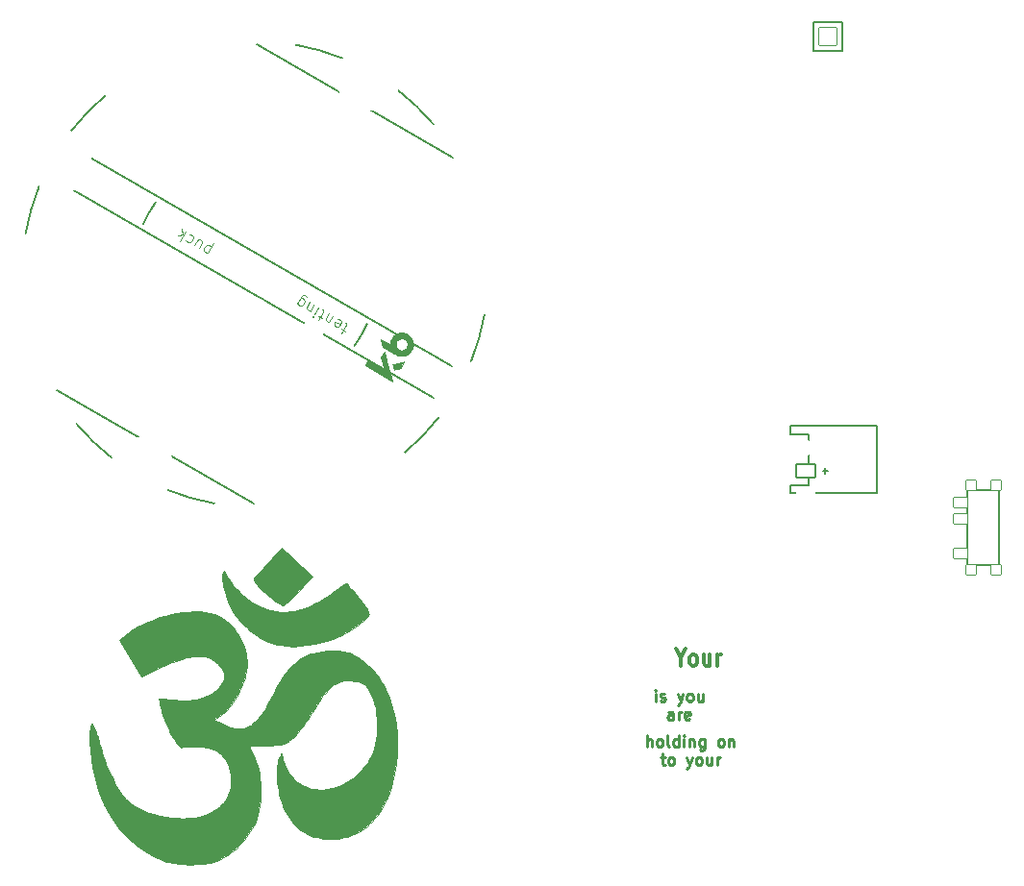
<source format=gto>
G04 #@! TF.GenerationSoftware,KiCad,Pcbnew,(6.0.4)*
G04 #@! TF.CreationDate,2022-07-01T15:58:50-05:00*
G04 #@! TF.ProjectId,om,6f6d2e6b-6963-4616-945f-706362585858,v1.0.0*
G04 #@! TF.SameCoordinates,Original*
G04 #@! TF.FileFunction,Legend,Top*
G04 #@! TF.FilePolarity,Positive*
%FSLAX46Y46*%
G04 Gerber Fmt 4.6, Leading zero omitted, Abs format (unit mm)*
G04 Created by KiCad (PCBNEW (6.0.4)) date 2022-07-01 15:58:50*
%MOMM*%
%LPD*%
G01*
G04 APERTURE LIST*
G04 Aperture macros list*
%AMRoundRect*
0 Rectangle with rounded corners*
0 $1 Rounding radius*
0 $2 $3 $4 $5 $6 $7 $8 $9 X,Y pos of 4 corners*
0 Add a 4 corners polygon primitive as box body*
4,1,4,$2,$3,$4,$5,$6,$7,$8,$9,$2,$3,0*
0 Add four circle primitives for the rounded corners*
1,1,$1+$1,$2,$3*
1,1,$1+$1,$4,$5*
1,1,$1+$1,$6,$7*
1,1,$1+$1,$8,$9*
0 Add four rect primitives between the rounded corners*
20,1,$1+$1,$2,$3,$4,$5,0*
20,1,$1+$1,$4,$5,$6,$7,0*
20,1,$1+$1,$6,$7,$8,$9,0*
20,1,$1+$1,$8,$9,$2,$3,0*%
%AMFreePoly0*
4,1,14,0.635355,0.435355,0.650000,0.400000,0.650000,0.200000,0.635355,0.164645,0.035355,-0.435355,0.000000,-0.450000,-0.035355,-0.435355,-0.635355,0.164645,-0.650000,0.200000,-0.650000,0.400000,-0.635355,0.435355,-0.600000,0.450000,0.600000,0.450000,0.635355,0.435355,0.635355,0.435355,$1*%
%AMFreePoly1*
4,1,16,0.635355,1.035355,0.650000,1.000000,0.650000,-0.250000,0.635355,-0.285355,0.600000,-0.300000,-0.600000,-0.300000,-0.635355,-0.285355,-0.650000,-0.250000,-0.650000,1.000000,-0.635355,1.035355,-0.600000,1.050000,-0.564645,1.035355,0.000000,0.470710,0.564645,1.035355,0.600000,1.050000,0.635355,1.035355,0.635355,1.035355,$1*%
G04 Aperture macros list end*
%ADD10C,0.079374*%
%ADD11C,0.250000*%
%ADD12C,0.300000*%
%ADD13C,0.100000*%
%ADD14C,0.150000*%
%ADD15C,0.200000*%
%ADD16C,0.010000*%
%ADD17C,1.100000*%
%ADD18RoundRect,0.050000X-0.450000X0.450000X-0.450000X-0.450000X0.450000X-0.450000X0.450000X0.450000X0*%
%ADD19RoundRect,0.050000X-0.625000X0.450000X-0.625000X-0.450000X0.625000X-0.450000X0.625000X0.450000X0*%
%ADD20C,1.801800*%
%ADD21C,3.529000*%
%ADD22C,2.132000*%
%ADD23RoundRect,0.050000X0.850000X-0.600000X0.850000X0.600000X-0.850000X0.600000X-0.850000X-0.600000X0*%
%ADD24O,1.800000X1.300000*%
%ADD25C,4.500000*%
%ADD26C,1.600000*%
%ADD27O,1.700000X2.300000*%
%ADD28FreePoly0,90.000000*%
%ADD29C,1.700000*%
%ADD30FreePoly0,270.000000*%
%ADD31RoundRect,0.050000X-0.800000X0.800000X-0.800000X-0.800000X0.800000X-0.800000X0.800000X0.800000X0*%
%ADD32FreePoly1,270.000000*%
%ADD33FreePoly1,90.000000*%
%ADD34RoundRect,0.050000X-0.317500X-0.571500X0.317500X-0.571500X0.317500X0.571500X-0.317500X0.571500X0*%
G04 APERTURE END LIST*
D10*
G36*
X195542301Y-161022797D02*
G01*
X195665640Y-161243032D01*
X195801131Y-161459664D01*
X195948039Y-161672407D01*
X196105631Y-161880976D01*
X196273173Y-162085088D01*
X196449932Y-162284458D01*
X196635175Y-162478801D01*
X196828167Y-162667833D01*
X197028176Y-162851269D01*
X197234467Y-163028824D01*
X197446306Y-163200215D01*
X197662962Y-163365156D01*
X197883698Y-163523363D01*
X198107783Y-163674551D01*
X198334483Y-163818437D01*
X198743964Y-163999087D01*
X199154417Y-164144943D01*
X199566095Y-164255956D01*
X199979255Y-164332075D01*
X200394151Y-164373252D01*
X200811038Y-164379438D01*
X201230171Y-164350584D01*
X201651805Y-164286640D01*
X202076195Y-164187557D01*
X202503596Y-164053287D01*
X202934264Y-163883780D01*
X203368453Y-163678987D01*
X203806418Y-163438858D01*
X204248415Y-163163345D01*
X204694698Y-162852399D01*
X205145522Y-162505970D01*
X205341486Y-162351957D01*
X205527446Y-162212448D01*
X205699109Y-162090198D01*
X205852179Y-161987961D01*
X205982361Y-161908494D01*
X206037527Y-161878159D01*
X206085361Y-161854550D01*
X206125326Y-161838011D01*
X206156885Y-161828886D01*
X206179502Y-161827519D01*
X206187288Y-161829853D01*
X206192638Y-161834256D01*
X206308070Y-162004137D01*
X206431965Y-162170802D01*
X206562690Y-162334959D01*
X206698613Y-162497315D01*
X207261649Y-163142892D01*
X207399084Y-163306864D01*
X207531925Y-163473283D01*
X207658541Y-163642857D01*
X207777298Y-163816294D01*
X207886566Y-163994302D01*
X207984713Y-164177589D01*
X208029105Y-164271433D01*
X208070105Y-164366862D01*
X208107509Y-164463965D01*
X208141112Y-164562831D01*
X208135520Y-164607352D01*
X208119030Y-164656527D01*
X208092071Y-164710071D01*
X208055071Y-164767696D01*
X208008460Y-164829117D01*
X207952664Y-164894046D01*
X207815238Y-165033282D01*
X207646221Y-165183115D01*
X207449043Y-165341249D01*
X207227132Y-165505395D01*
X206983918Y-165673258D01*
X206722828Y-165842546D01*
X206447293Y-166010968D01*
X206160742Y-166176230D01*
X205866602Y-166336041D01*
X205568303Y-166488107D01*
X205269274Y-166630136D01*
X204972944Y-166759836D01*
X204682741Y-166874915D01*
X203987819Y-167060975D01*
X203319927Y-167209444D01*
X202677796Y-167318350D01*
X202060153Y-167385723D01*
X201465729Y-167409595D01*
X200893253Y-167387993D01*
X200341455Y-167318949D01*
X200072912Y-167266021D01*
X199809062Y-167200493D01*
X199549747Y-167122119D01*
X199294806Y-167030653D01*
X199044082Y-166925849D01*
X198797415Y-166807461D01*
X198554647Y-166675242D01*
X198315619Y-166528946D01*
X198080172Y-166368327D01*
X197848147Y-166193138D01*
X197619385Y-166003133D01*
X197393728Y-165798067D01*
X197171017Y-165577692D01*
X196951092Y-165341763D01*
X196518968Y-164822255D01*
X196096085Y-164237575D01*
X195967624Y-164001321D01*
X195846426Y-163745502D01*
X195733419Y-163474921D01*
X195629531Y-163194379D01*
X195535689Y-162908680D01*
X195452821Y-162622627D01*
X195381855Y-162341023D01*
X195323720Y-162068670D01*
X195279342Y-161810371D01*
X195249649Y-161570929D01*
X195235570Y-161355148D01*
X195238032Y-161167830D01*
X195257963Y-161013777D01*
X195274769Y-160950726D01*
X195296290Y-160897793D01*
X195322643Y-160855577D01*
X195353942Y-160824680D01*
X195390305Y-160805702D01*
X195431847Y-160799242D01*
X195542301Y-161022797D01*
G37*
X195542301Y-161022797D02*
X195665640Y-161243032D01*
X195801131Y-161459664D01*
X195948039Y-161672407D01*
X196105631Y-161880976D01*
X196273173Y-162085088D01*
X196449932Y-162284458D01*
X196635175Y-162478801D01*
X196828167Y-162667833D01*
X197028176Y-162851269D01*
X197234467Y-163028824D01*
X197446306Y-163200215D01*
X197662962Y-163365156D01*
X197883698Y-163523363D01*
X198107783Y-163674551D01*
X198334483Y-163818437D01*
X198743964Y-163999087D01*
X199154417Y-164144943D01*
X199566095Y-164255956D01*
X199979255Y-164332075D01*
X200394151Y-164373252D01*
X200811038Y-164379438D01*
X201230171Y-164350584D01*
X201651805Y-164286640D01*
X202076195Y-164187557D01*
X202503596Y-164053287D01*
X202934264Y-163883780D01*
X203368453Y-163678987D01*
X203806418Y-163438858D01*
X204248415Y-163163345D01*
X204694698Y-162852399D01*
X205145522Y-162505970D01*
X205341486Y-162351957D01*
X205527446Y-162212448D01*
X205699109Y-162090198D01*
X205852179Y-161987961D01*
X205982361Y-161908494D01*
X206037527Y-161878159D01*
X206085361Y-161854550D01*
X206125326Y-161838011D01*
X206156885Y-161828886D01*
X206179502Y-161827519D01*
X206187288Y-161829853D01*
X206192638Y-161834256D01*
X206308070Y-162004137D01*
X206431965Y-162170802D01*
X206562690Y-162334959D01*
X206698613Y-162497315D01*
X207261649Y-163142892D01*
X207399084Y-163306864D01*
X207531925Y-163473283D01*
X207658541Y-163642857D01*
X207777298Y-163816294D01*
X207886566Y-163994302D01*
X207984713Y-164177589D01*
X208029105Y-164271433D01*
X208070105Y-164366862D01*
X208107509Y-164463965D01*
X208141112Y-164562831D01*
X208135520Y-164607352D01*
X208119030Y-164656527D01*
X208092071Y-164710071D01*
X208055071Y-164767696D01*
X208008460Y-164829117D01*
X207952664Y-164894046D01*
X207815238Y-165033282D01*
X207646221Y-165183115D01*
X207449043Y-165341249D01*
X207227132Y-165505395D01*
X206983918Y-165673258D01*
X206722828Y-165842546D01*
X206447293Y-166010968D01*
X206160742Y-166176230D01*
X205866602Y-166336041D01*
X205568303Y-166488107D01*
X205269274Y-166630136D01*
X204972944Y-166759836D01*
X204682741Y-166874915D01*
X203987819Y-167060975D01*
X203319927Y-167209444D01*
X202677796Y-167318350D01*
X202060153Y-167385723D01*
X201465729Y-167409595D01*
X200893253Y-167387993D01*
X200341455Y-167318949D01*
X200072912Y-167266021D01*
X199809062Y-167200493D01*
X199549747Y-167122119D01*
X199294806Y-167030653D01*
X199044082Y-166925849D01*
X198797415Y-166807461D01*
X198554647Y-166675242D01*
X198315619Y-166528946D01*
X198080172Y-166368327D01*
X197848147Y-166193138D01*
X197619385Y-166003133D01*
X197393728Y-165798067D01*
X197171017Y-165577692D01*
X196951092Y-165341763D01*
X196518968Y-164822255D01*
X196096085Y-164237575D01*
X195967624Y-164001321D01*
X195846426Y-163745502D01*
X195733419Y-163474921D01*
X195629531Y-163194379D01*
X195535689Y-162908680D01*
X195452821Y-162622627D01*
X195381855Y-162341023D01*
X195323720Y-162068670D01*
X195279342Y-161810371D01*
X195249649Y-161570929D01*
X195235570Y-161355148D01*
X195238032Y-161167830D01*
X195257963Y-161013777D01*
X195274769Y-160950726D01*
X195296290Y-160897793D01*
X195322643Y-160855577D01*
X195353942Y-160824680D01*
X195390305Y-160805702D01*
X195431847Y-160799242D01*
X195542301Y-161022797D01*
G36*
X203197935Y-161268210D02*
G01*
X203025398Y-161417431D01*
X202858003Y-161575134D01*
X202694792Y-161739833D01*
X202534806Y-161910041D01*
X201907976Y-162616237D01*
X201749759Y-162791695D01*
X201589022Y-162963743D01*
X201424808Y-163130896D01*
X201256161Y-163291666D01*
X201082121Y-163444568D01*
X200901732Y-163588115D01*
X200714036Y-163720820D01*
X200518075Y-163841198D01*
X199826420Y-163350631D01*
X199459152Y-163084582D01*
X199276642Y-162945475D01*
X199097352Y-162801975D01*
X198923135Y-162653827D01*
X198755842Y-162500776D01*
X198597327Y-162342569D01*
X198449442Y-162178951D01*
X198314041Y-162009668D01*
X198192975Y-161834465D01*
X198138397Y-161744564D01*
X198088098Y-161653088D01*
X198042309Y-161560005D01*
X198001262Y-161465283D01*
X200462609Y-158736095D01*
X203197935Y-161268210D01*
G37*
X203197935Y-161268210D02*
X203025398Y-161417431D01*
X202858003Y-161575134D01*
X202694792Y-161739833D01*
X202534806Y-161910041D01*
X201907976Y-162616237D01*
X201749759Y-162791695D01*
X201589022Y-162963743D01*
X201424808Y-163130896D01*
X201256161Y-163291666D01*
X201082121Y-163444568D01*
X200901732Y-163588115D01*
X200714036Y-163720820D01*
X200518075Y-163841198D01*
X199826420Y-163350631D01*
X199459152Y-163084582D01*
X199276642Y-162945475D01*
X199097352Y-162801975D01*
X198923135Y-162653827D01*
X198755842Y-162500776D01*
X198597327Y-162342569D01*
X198449442Y-162178951D01*
X198314041Y-162009668D01*
X198192975Y-161834465D01*
X198138397Y-161744564D01*
X198088098Y-161653088D01*
X198042309Y-161560005D01*
X198001262Y-161465283D01*
X200462609Y-158736095D01*
X203197935Y-161268210D01*
G36*
X193258598Y-164359803D02*
G01*
X193710883Y-164402966D01*
X194136332Y-164477931D01*
X194530517Y-164585668D01*
X194700787Y-164647536D01*
X194867979Y-164719520D01*
X195031870Y-164801223D01*
X195192238Y-164892247D01*
X195348860Y-164992195D01*
X195501512Y-165100670D01*
X195649973Y-165217273D01*
X195794019Y-165341609D01*
X195933428Y-165473279D01*
X196067977Y-165611886D01*
X196197444Y-165757033D01*
X196321605Y-165908322D01*
X196440238Y-166065355D01*
X196553121Y-166227737D01*
X196660029Y-166395068D01*
X196760742Y-166566952D01*
X196855036Y-166742991D01*
X196942688Y-166922788D01*
X197023476Y-167105946D01*
X197097177Y-167292067D01*
X197163568Y-167480754D01*
X197222426Y-167671609D01*
X197273529Y-167864235D01*
X197316654Y-168058235D01*
X197351579Y-168253211D01*
X197378080Y-168448766D01*
X197395935Y-168644502D01*
X197404921Y-168840022D01*
X197404815Y-169034929D01*
X197395395Y-169228825D01*
X197376438Y-169421313D01*
X197347722Y-169611996D01*
X197292456Y-169874375D01*
X197218796Y-170146772D01*
X197128356Y-170426365D01*
X197022754Y-170710331D01*
X196903605Y-170995848D01*
X196772524Y-171280092D01*
X196631129Y-171560241D01*
X196481035Y-171833472D01*
X196323858Y-172096962D01*
X196161214Y-172347889D01*
X195994718Y-172583431D01*
X195825988Y-172800763D01*
X195656639Y-172997065D01*
X195488287Y-173169512D01*
X195322548Y-173315282D01*
X195161038Y-173431553D01*
X194430386Y-173894169D01*
X195439630Y-174349273D01*
X195598483Y-174417763D01*
X195753582Y-174478167D01*
X195905086Y-174530396D01*
X196053155Y-174574358D01*
X196197948Y-174609965D01*
X196339625Y-174637126D01*
X196478345Y-174655750D01*
X196614269Y-174665748D01*
X196747556Y-174667029D01*
X196878366Y-174659504D01*
X197006857Y-174643082D01*
X197133191Y-174617672D01*
X197257527Y-174583186D01*
X197380023Y-174539532D01*
X197500841Y-174486621D01*
X197620139Y-174424362D01*
X197738077Y-174352665D01*
X197854816Y-174271440D01*
X197970514Y-174180598D01*
X198085331Y-174080047D01*
X198199427Y-173969697D01*
X198312961Y-173849459D01*
X198426094Y-173719243D01*
X198538985Y-173578957D01*
X198651793Y-173428513D01*
X198764678Y-173267819D01*
X198991319Y-172915324D01*
X199220185Y-172520750D01*
X199452552Y-172083377D01*
X199770521Y-171477179D01*
X200077302Y-170927430D01*
X200375967Y-170431730D01*
X200669585Y-169987682D01*
X200961229Y-169592887D01*
X201253969Y-169244945D01*
X201401709Y-169087794D01*
X201550875Y-168941458D01*
X201701851Y-168805635D01*
X201855020Y-168680027D01*
X202010766Y-168564333D01*
X202169473Y-168458254D01*
X202331525Y-168361489D01*
X202497306Y-168273739D01*
X202667200Y-168194704D01*
X202841590Y-168124084D01*
X203020860Y-168061579D01*
X203205395Y-168006890D01*
X203591792Y-167919758D01*
X204003853Y-167860290D01*
X204444649Y-167826087D01*
X204917249Y-167814749D01*
X205136308Y-167816025D01*
X205338829Y-167820865D01*
X205526622Y-167829802D01*
X205701500Y-167843371D01*
X205865275Y-167862106D01*
X206019759Y-167886541D01*
X206166763Y-167917210D01*
X206308101Y-167954647D01*
X206445582Y-167999386D01*
X206581021Y-168051961D01*
X206716228Y-168112906D01*
X206853015Y-168182755D01*
X206993195Y-168262043D01*
X207138580Y-168351302D01*
X207290980Y-168451068D01*
X207452209Y-168561875D01*
X207656701Y-168712085D01*
X207855203Y-168871800D01*
X208047629Y-169040793D01*
X208233895Y-169218840D01*
X208413918Y-169405716D01*
X208587611Y-169601194D01*
X208754892Y-169805051D01*
X208915674Y-170017059D01*
X209069874Y-170236995D01*
X209217408Y-170464633D01*
X209358190Y-170699748D01*
X209492136Y-170942114D01*
X209739183Y-171447699D01*
X209957873Y-171979586D01*
X210147528Y-172535972D01*
X210307474Y-173115056D01*
X210437034Y-173715035D01*
X210535531Y-174334106D01*
X210602291Y-174970468D01*
X210636635Y-175622319D01*
X210637890Y-176287855D01*
X210605377Y-176965275D01*
X210521039Y-177808487D01*
X210394484Y-178607731D01*
X210226834Y-179361569D01*
X210019216Y-180068560D01*
X209772753Y-180727265D01*
X209488568Y-181336244D01*
X209167788Y-181894058D01*
X208811535Y-182399267D01*
X208620458Y-182631694D01*
X208420934Y-182850431D01*
X208213105Y-183055296D01*
X207997110Y-183246110D01*
X207773090Y-183422693D01*
X207541186Y-183584866D01*
X207301538Y-183732447D01*
X207054287Y-183865258D01*
X206799573Y-183983117D01*
X206537537Y-184085846D01*
X206268320Y-184173264D01*
X205992061Y-184245192D01*
X205708901Y-184301449D01*
X205418982Y-184341855D01*
X205122443Y-184366231D01*
X204819425Y-184374396D01*
X204490690Y-184366975D01*
X204176301Y-184344499D01*
X203875668Y-184306647D01*
X203588204Y-184253100D01*
X203313320Y-184183537D01*
X203050429Y-184097639D01*
X202798943Y-183995086D01*
X202558272Y-183875557D01*
X202327831Y-183738733D01*
X202107029Y-183584294D01*
X201895279Y-183411919D01*
X201691994Y-183221289D01*
X201496584Y-183012083D01*
X201308463Y-182783982D01*
X201127041Y-182536666D01*
X200951731Y-182269814D01*
X200805555Y-182012509D01*
X200670343Y-181729380D01*
X200546658Y-181424397D01*
X200435063Y-181101527D01*
X200336121Y-180764740D01*
X200250394Y-180418003D01*
X200178444Y-180065286D01*
X200120836Y-179710557D01*
X200078131Y-179357784D01*
X200050892Y-179010935D01*
X200039682Y-178673980D01*
X200045064Y-178350887D01*
X200067601Y-178045624D01*
X200107854Y-177762160D01*
X200166388Y-177504463D01*
X200243765Y-177276502D01*
X200318987Y-177097709D01*
X200350762Y-177026453D01*
X200378952Y-176967151D01*
X200403786Y-176919698D01*
X200425493Y-176883989D01*
X200435247Y-176870506D01*
X200444304Y-176859919D01*
X200452695Y-176852216D01*
X200460448Y-176847384D01*
X200467592Y-176845409D01*
X200474154Y-176846278D01*
X200480165Y-176849979D01*
X200485652Y-176856497D01*
X200490645Y-176865821D01*
X200495171Y-176877936D01*
X200502941Y-176910490D01*
X200509191Y-176954053D01*
X200514150Y-177008521D01*
X200518049Y-177073790D01*
X200521116Y-177149753D01*
X200526172Y-177225884D01*
X200536209Y-177304685D01*
X200570527Y-177469299D01*
X200622672Y-177641600D01*
X200691248Y-177819591D01*
X200774855Y-178001275D01*
X200872097Y-178184654D01*
X200981575Y-178367733D01*
X201101892Y-178548513D01*
X201231649Y-178724999D01*
X201369451Y-178895194D01*
X201513898Y-179057100D01*
X201663592Y-179208720D01*
X201817137Y-179348058D01*
X201973135Y-179473117D01*
X202130187Y-179581900D01*
X202286896Y-179672410D01*
X202480886Y-179764476D01*
X202679601Y-179842799D01*
X202882553Y-179907600D01*
X203089256Y-179959100D01*
X203299222Y-179997520D01*
X203511964Y-180023079D01*
X203726993Y-180035999D01*
X203943824Y-180036500D01*
X204161969Y-180024802D01*
X204380940Y-180001126D01*
X204600249Y-179965694D01*
X204819411Y-179918724D01*
X205037936Y-179860438D01*
X205255339Y-179791056D01*
X205471132Y-179710799D01*
X205684826Y-179619888D01*
X205895936Y-179518543D01*
X206103974Y-179406984D01*
X206308451Y-179285432D01*
X206508882Y-179154108D01*
X206704779Y-179013232D01*
X206895653Y-178863025D01*
X207081019Y-178703707D01*
X207260389Y-178535499D01*
X207433274Y-178358621D01*
X207599189Y-178173295D01*
X207757646Y-177979740D01*
X207908157Y-177778177D01*
X208050235Y-177568826D01*
X208183392Y-177351909D01*
X208307142Y-177127646D01*
X208420997Y-176896257D01*
X208570417Y-176520072D01*
X208689026Y-176109493D01*
X208777727Y-175671534D01*
X208837424Y-175213209D01*
X208869021Y-174741534D01*
X208873420Y-174263523D01*
X208851525Y-173786191D01*
X208804240Y-173316553D01*
X208732467Y-172861624D01*
X208637111Y-172428418D01*
X208519074Y-172023950D01*
X208379261Y-171655236D01*
X208218574Y-171329289D01*
X208130685Y-171184545D01*
X208037916Y-171053125D01*
X207940381Y-170935903D01*
X207838192Y-170833758D01*
X207731462Y-170747565D01*
X207620305Y-170678203D01*
X207568642Y-170653133D01*
X207508972Y-170628766D01*
X207442006Y-170605229D01*
X207368455Y-170582646D01*
X207289034Y-170561145D01*
X207204452Y-170540852D01*
X207115423Y-170521893D01*
X207022659Y-170504394D01*
X206926872Y-170488481D01*
X206828773Y-170474280D01*
X206729076Y-170461918D01*
X206628492Y-170451520D01*
X206527732Y-170443214D01*
X206427511Y-170437124D01*
X206328538Y-170433378D01*
X206231528Y-170432101D01*
X206130377Y-170434405D01*
X206030488Y-170441380D01*
X205931754Y-170453123D01*
X205834069Y-170469730D01*
X205737328Y-170491298D01*
X205641427Y-170517924D01*
X205546258Y-170549705D01*
X205451718Y-170586736D01*
X205357699Y-170629114D01*
X205264098Y-170676936D01*
X205170808Y-170730298D01*
X205077724Y-170789297D01*
X204984740Y-170854030D01*
X204891752Y-170924593D01*
X204798653Y-171001082D01*
X204705337Y-171083594D01*
X204611701Y-171172227D01*
X204517638Y-171267075D01*
X204327808Y-171475806D01*
X204135006Y-171710561D01*
X203938387Y-171972112D01*
X203737107Y-172261232D01*
X203530322Y-172578692D01*
X203317189Y-172925265D01*
X203096865Y-173301723D01*
X202929663Y-173581012D01*
X202742335Y-173871569D01*
X202541221Y-174164890D01*
X202332664Y-174452470D01*
X202123004Y-174725803D01*
X201918582Y-174976386D01*
X201725740Y-175195713D01*
X201635643Y-175290998D01*
X201550818Y-175375280D01*
X201422666Y-175495814D01*
X201302833Y-175603075D01*
X201188943Y-175697821D01*
X201078619Y-175780811D01*
X201024052Y-175818134D01*
X200969484Y-175852802D01*
X200914620Y-175884910D01*
X200859161Y-175914554D01*
X200802811Y-175941827D01*
X200745273Y-175966825D01*
X200686249Y-175989642D01*
X200625442Y-176010373D01*
X200562556Y-176029113D01*
X200497293Y-176045957D01*
X200429356Y-176061000D01*
X200358448Y-176074336D01*
X200284271Y-176086060D01*
X200206529Y-176096268D01*
X200039161Y-176112511D01*
X199853965Y-176123824D01*
X199648566Y-176130966D01*
X199420586Y-176134695D01*
X199167648Y-176135769D01*
X197578834Y-176135769D01*
X198092393Y-177276502D01*
X198221207Y-177594104D01*
X198332017Y-177932600D01*
X198424862Y-178288976D01*
X198499781Y-178660217D01*
X198556816Y-179043308D01*
X198596004Y-179435235D01*
X198617385Y-179832983D01*
X198621000Y-180233537D01*
X198606887Y-180633882D01*
X198575087Y-181031004D01*
X198525638Y-181421888D01*
X198458580Y-181803519D01*
X198373953Y-182172883D01*
X198271796Y-182526965D01*
X198152149Y-182862750D01*
X198015052Y-183177223D01*
X197875942Y-183444738D01*
X197717488Y-183711043D01*
X197541475Y-183974512D01*
X197349693Y-184233519D01*
X197143928Y-184486440D01*
X196925968Y-184731649D01*
X196697600Y-184967520D01*
X196460613Y-185192428D01*
X196216793Y-185404748D01*
X195967927Y-185602853D01*
X195715805Y-185785119D01*
X195462212Y-185949919D01*
X195208937Y-186095629D01*
X194957767Y-186220623D01*
X194710490Y-186323276D01*
X194468893Y-186401962D01*
X194228353Y-186461830D01*
X193972069Y-186512662D01*
X193702509Y-186554510D01*
X193422140Y-186587431D01*
X193133431Y-186611478D01*
X192838850Y-186626705D01*
X192540864Y-186633167D01*
X192241943Y-186630919D01*
X191944553Y-186620015D01*
X191651164Y-186600510D01*
X191364243Y-186572457D01*
X191086257Y-186535912D01*
X190819676Y-186490929D01*
X190566968Y-186437561D01*
X190330599Y-186375865D01*
X190113039Y-186305893D01*
X189827836Y-186198328D01*
X189547650Y-186081313D01*
X189002700Y-185819388D01*
X188478930Y-185521025D01*
X187977080Y-185187130D01*
X187497891Y-184818610D01*
X187042103Y-184416372D01*
X186610455Y-183981323D01*
X186203689Y-183514369D01*
X185822546Y-183016416D01*
X185467764Y-182488372D01*
X185140085Y-181931144D01*
X184840249Y-181345637D01*
X184568997Y-180732759D01*
X184327068Y-180093416D01*
X184115204Y-179428516D01*
X183934144Y-178738964D01*
X183862478Y-178408515D01*
X183797773Y-178057833D01*
X183690175Y-177318702D01*
X183613200Y-176567439D01*
X183568700Y-175849913D01*
X183558525Y-175211993D01*
X183566888Y-174937218D01*
X183584526Y-174699546D01*
X183611672Y-174504709D01*
X183648555Y-174358441D01*
X183695409Y-174266475D01*
X183722646Y-174242648D01*
X183752463Y-174234546D01*
X183763333Y-174236784D01*
X183775242Y-174243423D01*
X183788146Y-174254355D01*
X183802003Y-174269470D01*
X183816773Y-174288658D01*
X183832412Y-174311809D01*
X183866132Y-174369563D01*
X183902828Y-174441854D01*
X183942165Y-174527806D01*
X183983806Y-174626541D01*
X184027417Y-174737181D01*
X184072662Y-174858851D01*
X184119205Y-174990671D01*
X184166711Y-175131766D01*
X184214845Y-175281258D01*
X184263270Y-175438269D01*
X184311651Y-175601922D01*
X184359653Y-175771340D01*
X184406940Y-175945646D01*
X184513808Y-176330122D01*
X184629102Y-176710450D01*
X184752210Y-177085358D01*
X184882521Y-177453576D01*
X185019424Y-177813836D01*
X185162307Y-178164865D01*
X185310559Y-178505395D01*
X185463569Y-178834154D01*
X185620725Y-179149874D01*
X185781417Y-179451283D01*
X185945032Y-179737112D01*
X186110960Y-180006090D01*
X186278589Y-180256947D01*
X186447308Y-180488414D01*
X186616506Y-180699219D01*
X186785571Y-180888093D01*
X186932113Y-181032674D01*
X187090902Y-181171535D01*
X187261247Y-181304561D01*
X187442457Y-181431638D01*
X187834702Y-181667483D01*
X188262104Y-181878149D01*
X188719128Y-182062717D01*
X189200239Y-182220265D01*
X189699904Y-182349875D01*
X190212588Y-182450626D01*
X190732757Y-182521597D01*
X191254876Y-182561869D01*
X191773412Y-182570522D01*
X192282829Y-182546634D01*
X192777595Y-182489287D01*
X193252174Y-182397560D01*
X193480164Y-182338516D01*
X193701033Y-182270532D01*
X193914087Y-182193494D01*
X194118636Y-182107285D01*
X194271574Y-182033517D01*
X194418647Y-181953860D01*
X194559779Y-181868513D01*
X194694897Y-181777675D01*
X194823925Y-181681546D01*
X194946788Y-181580323D01*
X195063411Y-181474208D01*
X195173721Y-181363398D01*
X195277641Y-181248093D01*
X195375097Y-181128492D01*
X195466014Y-181004794D01*
X195550318Y-180877199D01*
X195627932Y-180745906D01*
X195698784Y-180611113D01*
X195762797Y-180473020D01*
X195819897Y-180331826D01*
X195870009Y-180187731D01*
X195913059Y-180040932D01*
X195948971Y-179891631D01*
X195977670Y-179740025D01*
X195999082Y-179586314D01*
X196013131Y-179430698D01*
X196019744Y-179273374D01*
X196018845Y-179114543D01*
X196010359Y-178954404D01*
X195994211Y-178793155D01*
X195970327Y-178630997D01*
X195938632Y-178468127D01*
X195899051Y-178304746D01*
X195851509Y-178141052D01*
X195795930Y-177977245D01*
X195732242Y-177813523D01*
X195677785Y-177689720D01*
X195619105Y-177571152D01*
X195556132Y-177457793D01*
X195488796Y-177349618D01*
X195417026Y-177246603D01*
X195340751Y-177148722D01*
X195259902Y-177055951D01*
X195174407Y-176968263D01*
X195084197Y-176885635D01*
X194989201Y-176808040D01*
X194889348Y-176735455D01*
X194784568Y-176667854D01*
X194674792Y-176605211D01*
X194559947Y-176547503D01*
X194439964Y-176494703D01*
X194314773Y-176446787D01*
X194184302Y-176403729D01*
X194048482Y-176365505D01*
X193907243Y-176332090D01*
X193760513Y-176303458D01*
X193608222Y-176279585D01*
X193450300Y-176260444D01*
X193286677Y-176246013D01*
X193117281Y-176236264D01*
X192942044Y-176231174D01*
X192760893Y-176230716D01*
X192573759Y-176234867D01*
X192380572Y-176243601D01*
X192181260Y-176256893D01*
X191975754Y-176274718D01*
X191763983Y-176297050D01*
X191545877Y-176323865D01*
X191482816Y-176251554D01*
X191409334Y-176161933D01*
X191312636Y-176037348D01*
X191196285Y-175878313D01*
X191063843Y-175685338D01*
X190918874Y-175458934D01*
X190764941Y-175199613D01*
X190605608Y-174907886D01*
X190525029Y-174750030D01*
X190444436Y-174584264D01*
X190364274Y-174410653D01*
X190284989Y-174229259D01*
X190207026Y-174040148D01*
X190130831Y-173843383D01*
X190056848Y-173639027D01*
X189985524Y-173427145D01*
X189917303Y-173207801D01*
X189852631Y-172981058D01*
X189791954Y-172746980D01*
X189735717Y-172505632D01*
X189684365Y-172257078D01*
X189638343Y-172001380D01*
X191121144Y-172135836D01*
X191450828Y-172159691D01*
X191769948Y-172170589D01*
X192078196Y-172168620D01*
X192375263Y-172153874D01*
X192660838Y-172126442D01*
X192934614Y-172086414D01*
X193196280Y-172033882D01*
X193445528Y-171968935D01*
X193682048Y-171891665D01*
X193905532Y-171802161D01*
X194115670Y-171700514D01*
X194312153Y-171586815D01*
X194494672Y-171461154D01*
X194662917Y-171323621D01*
X194816580Y-171174309D01*
X194955351Y-171013306D01*
X195070775Y-170862298D01*
X195170385Y-170721784D01*
X195254114Y-170590238D01*
X195290003Y-170527353D01*
X195321896Y-170466139D01*
X195349785Y-170406405D01*
X195373662Y-170347961D01*
X195393518Y-170290617D01*
X195409346Y-170234182D01*
X195421136Y-170178465D01*
X195428881Y-170123277D01*
X195432572Y-170068426D01*
X195432200Y-170013722D01*
X195427758Y-169958976D01*
X195419236Y-169903995D01*
X195406627Y-169848591D01*
X195389922Y-169792572D01*
X195369113Y-169735748D01*
X195344191Y-169677928D01*
X195315148Y-169618922D01*
X195281975Y-169558540D01*
X195244665Y-169496591D01*
X195203209Y-169432885D01*
X195107824Y-169299438D01*
X194995753Y-169156677D01*
X194866931Y-169003076D01*
X194765432Y-168892492D01*
X194658809Y-168790956D01*
X194546859Y-168698502D01*
X194429380Y-168615164D01*
X194306171Y-168540974D01*
X194177030Y-168475966D01*
X194041754Y-168420173D01*
X193900142Y-168373627D01*
X193751991Y-168336362D01*
X193597101Y-168308412D01*
X193435268Y-168289808D01*
X193266290Y-168280585D01*
X193089967Y-168280775D01*
X192906096Y-168290412D01*
X192714474Y-168309529D01*
X192514901Y-168338158D01*
X192307174Y-168376334D01*
X192091090Y-168424088D01*
X191866449Y-168481454D01*
X191633048Y-168548466D01*
X191390686Y-168625156D01*
X191139159Y-168711558D01*
X190607808Y-168913629D01*
X190037378Y-169154943D01*
X189426254Y-169435766D01*
X188772820Y-169756363D01*
X188075462Y-170116999D01*
X186138320Y-166869764D01*
X186950445Y-166250323D01*
X187348868Y-165968521D01*
X187777989Y-165705885D01*
X188233381Y-165463387D01*
X188710620Y-165241998D01*
X189205279Y-165042691D01*
X189712933Y-164866437D01*
X190229155Y-164714209D01*
X190749521Y-164586978D01*
X191269605Y-164485717D01*
X191784980Y-164411397D01*
X192291221Y-164364990D01*
X192783902Y-164347468D01*
X193258598Y-164359803D01*
G37*
X193258598Y-164359803D02*
X193710883Y-164402966D01*
X194136332Y-164477931D01*
X194530517Y-164585668D01*
X194700787Y-164647536D01*
X194867979Y-164719520D01*
X195031870Y-164801223D01*
X195192238Y-164892247D01*
X195348860Y-164992195D01*
X195501512Y-165100670D01*
X195649973Y-165217273D01*
X195794019Y-165341609D01*
X195933428Y-165473279D01*
X196067977Y-165611886D01*
X196197444Y-165757033D01*
X196321605Y-165908322D01*
X196440238Y-166065355D01*
X196553121Y-166227737D01*
X196660029Y-166395068D01*
X196760742Y-166566952D01*
X196855036Y-166742991D01*
X196942688Y-166922788D01*
X197023476Y-167105946D01*
X197097177Y-167292067D01*
X197163568Y-167480754D01*
X197222426Y-167671609D01*
X197273529Y-167864235D01*
X197316654Y-168058235D01*
X197351579Y-168253211D01*
X197378080Y-168448766D01*
X197395935Y-168644502D01*
X197404921Y-168840022D01*
X197404815Y-169034929D01*
X197395395Y-169228825D01*
X197376438Y-169421313D01*
X197347722Y-169611996D01*
X197292456Y-169874375D01*
X197218796Y-170146772D01*
X197128356Y-170426365D01*
X197022754Y-170710331D01*
X196903605Y-170995848D01*
X196772524Y-171280092D01*
X196631129Y-171560241D01*
X196481035Y-171833472D01*
X196323858Y-172096962D01*
X196161214Y-172347889D01*
X195994718Y-172583431D01*
X195825988Y-172800763D01*
X195656639Y-172997065D01*
X195488287Y-173169512D01*
X195322548Y-173315282D01*
X195161038Y-173431553D01*
X194430386Y-173894169D01*
X195439630Y-174349273D01*
X195598483Y-174417763D01*
X195753582Y-174478167D01*
X195905086Y-174530396D01*
X196053155Y-174574358D01*
X196197948Y-174609965D01*
X196339625Y-174637126D01*
X196478345Y-174655750D01*
X196614269Y-174665748D01*
X196747556Y-174667029D01*
X196878366Y-174659504D01*
X197006857Y-174643082D01*
X197133191Y-174617672D01*
X197257527Y-174583186D01*
X197380023Y-174539532D01*
X197500841Y-174486621D01*
X197620139Y-174424362D01*
X197738077Y-174352665D01*
X197854816Y-174271440D01*
X197970514Y-174180598D01*
X198085331Y-174080047D01*
X198199427Y-173969697D01*
X198312961Y-173849459D01*
X198426094Y-173719243D01*
X198538985Y-173578957D01*
X198651793Y-173428513D01*
X198764678Y-173267819D01*
X198991319Y-172915324D01*
X199220185Y-172520750D01*
X199452552Y-172083377D01*
X199770521Y-171477179D01*
X200077302Y-170927430D01*
X200375967Y-170431730D01*
X200669585Y-169987682D01*
X200961229Y-169592887D01*
X201253969Y-169244945D01*
X201401709Y-169087794D01*
X201550875Y-168941458D01*
X201701851Y-168805635D01*
X201855020Y-168680027D01*
X202010766Y-168564333D01*
X202169473Y-168458254D01*
X202331525Y-168361489D01*
X202497306Y-168273739D01*
X202667200Y-168194704D01*
X202841590Y-168124084D01*
X203020860Y-168061579D01*
X203205395Y-168006890D01*
X203591792Y-167919758D01*
X204003853Y-167860290D01*
X204444649Y-167826087D01*
X204917249Y-167814749D01*
X205136308Y-167816025D01*
X205338829Y-167820865D01*
X205526622Y-167829802D01*
X205701500Y-167843371D01*
X205865275Y-167862106D01*
X206019759Y-167886541D01*
X206166763Y-167917210D01*
X206308101Y-167954647D01*
X206445582Y-167999386D01*
X206581021Y-168051961D01*
X206716228Y-168112906D01*
X206853015Y-168182755D01*
X206993195Y-168262043D01*
X207138580Y-168351302D01*
X207290980Y-168451068D01*
X207452209Y-168561875D01*
X207656701Y-168712085D01*
X207855203Y-168871800D01*
X208047629Y-169040793D01*
X208233895Y-169218840D01*
X208413918Y-169405716D01*
X208587611Y-169601194D01*
X208754892Y-169805051D01*
X208915674Y-170017059D01*
X209069874Y-170236995D01*
X209217408Y-170464633D01*
X209358190Y-170699748D01*
X209492136Y-170942114D01*
X209739183Y-171447699D01*
X209957873Y-171979586D01*
X210147528Y-172535972D01*
X210307474Y-173115056D01*
X210437034Y-173715035D01*
X210535531Y-174334106D01*
X210602291Y-174970468D01*
X210636635Y-175622319D01*
X210637890Y-176287855D01*
X210605377Y-176965275D01*
X210521039Y-177808487D01*
X210394484Y-178607731D01*
X210226834Y-179361569D01*
X210019216Y-180068560D01*
X209772753Y-180727265D01*
X209488568Y-181336244D01*
X209167788Y-181894058D01*
X208811535Y-182399267D01*
X208620458Y-182631694D01*
X208420934Y-182850431D01*
X208213105Y-183055296D01*
X207997110Y-183246110D01*
X207773090Y-183422693D01*
X207541186Y-183584866D01*
X207301538Y-183732447D01*
X207054287Y-183865258D01*
X206799573Y-183983117D01*
X206537537Y-184085846D01*
X206268320Y-184173264D01*
X205992061Y-184245192D01*
X205708901Y-184301449D01*
X205418982Y-184341855D01*
X205122443Y-184366231D01*
X204819425Y-184374396D01*
X204490690Y-184366975D01*
X204176301Y-184344499D01*
X203875668Y-184306647D01*
X203588204Y-184253100D01*
X203313320Y-184183537D01*
X203050429Y-184097639D01*
X202798943Y-183995086D01*
X202558272Y-183875557D01*
X202327831Y-183738733D01*
X202107029Y-183584294D01*
X201895279Y-183411919D01*
X201691994Y-183221289D01*
X201496584Y-183012083D01*
X201308463Y-182783982D01*
X201127041Y-182536666D01*
X200951731Y-182269814D01*
X200805555Y-182012509D01*
X200670343Y-181729380D01*
X200546658Y-181424397D01*
X200435063Y-181101527D01*
X200336121Y-180764740D01*
X200250394Y-180418003D01*
X200178444Y-180065286D01*
X200120836Y-179710557D01*
X200078131Y-179357784D01*
X200050892Y-179010935D01*
X200039682Y-178673980D01*
X200045064Y-178350887D01*
X200067601Y-178045624D01*
X200107854Y-177762160D01*
X200166388Y-177504463D01*
X200243765Y-177276502D01*
X200318987Y-177097709D01*
X200350762Y-177026453D01*
X200378952Y-176967151D01*
X200403786Y-176919698D01*
X200425493Y-176883989D01*
X200435247Y-176870506D01*
X200444304Y-176859919D01*
X200452695Y-176852216D01*
X200460448Y-176847384D01*
X200467592Y-176845409D01*
X200474154Y-176846278D01*
X200480165Y-176849979D01*
X200485652Y-176856497D01*
X200490645Y-176865821D01*
X200495171Y-176877936D01*
X200502941Y-176910490D01*
X200509191Y-176954053D01*
X200514150Y-177008521D01*
X200518049Y-177073790D01*
X200521116Y-177149753D01*
X200526172Y-177225884D01*
X200536209Y-177304685D01*
X200570527Y-177469299D01*
X200622672Y-177641600D01*
X200691248Y-177819591D01*
X200774855Y-178001275D01*
X200872097Y-178184654D01*
X200981575Y-178367733D01*
X201101892Y-178548513D01*
X201231649Y-178724999D01*
X201369451Y-178895194D01*
X201513898Y-179057100D01*
X201663592Y-179208720D01*
X201817137Y-179348058D01*
X201973135Y-179473117D01*
X202130187Y-179581900D01*
X202286896Y-179672410D01*
X202480886Y-179764476D01*
X202679601Y-179842799D01*
X202882553Y-179907600D01*
X203089256Y-179959100D01*
X203299222Y-179997520D01*
X203511964Y-180023079D01*
X203726993Y-180035999D01*
X203943824Y-180036500D01*
X204161969Y-180024802D01*
X204380940Y-180001126D01*
X204600249Y-179965694D01*
X204819411Y-179918724D01*
X205037936Y-179860438D01*
X205255339Y-179791056D01*
X205471132Y-179710799D01*
X205684826Y-179619888D01*
X205895936Y-179518543D01*
X206103974Y-179406984D01*
X206308451Y-179285432D01*
X206508882Y-179154108D01*
X206704779Y-179013232D01*
X206895653Y-178863025D01*
X207081019Y-178703707D01*
X207260389Y-178535499D01*
X207433274Y-178358621D01*
X207599189Y-178173295D01*
X207757646Y-177979740D01*
X207908157Y-177778177D01*
X208050235Y-177568826D01*
X208183392Y-177351909D01*
X208307142Y-177127646D01*
X208420997Y-176896257D01*
X208570417Y-176520072D01*
X208689026Y-176109493D01*
X208777727Y-175671534D01*
X208837424Y-175213209D01*
X208869021Y-174741534D01*
X208873420Y-174263523D01*
X208851525Y-173786191D01*
X208804240Y-173316553D01*
X208732467Y-172861624D01*
X208637111Y-172428418D01*
X208519074Y-172023950D01*
X208379261Y-171655236D01*
X208218574Y-171329289D01*
X208130685Y-171184545D01*
X208037916Y-171053125D01*
X207940381Y-170935903D01*
X207838192Y-170833758D01*
X207731462Y-170747565D01*
X207620305Y-170678203D01*
X207568642Y-170653133D01*
X207508972Y-170628766D01*
X207442006Y-170605229D01*
X207368455Y-170582646D01*
X207289034Y-170561145D01*
X207204452Y-170540852D01*
X207115423Y-170521893D01*
X207022659Y-170504394D01*
X206926872Y-170488481D01*
X206828773Y-170474280D01*
X206729076Y-170461918D01*
X206628492Y-170451520D01*
X206527732Y-170443214D01*
X206427511Y-170437124D01*
X206328538Y-170433378D01*
X206231528Y-170432101D01*
X206130377Y-170434405D01*
X206030488Y-170441380D01*
X205931754Y-170453123D01*
X205834069Y-170469730D01*
X205737328Y-170491298D01*
X205641427Y-170517924D01*
X205546258Y-170549705D01*
X205451718Y-170586736D01*
X205357699Y-170629114D01*
X205264098Y-170676936D01*
X205170808Y-170730298D01*
X205077724Y-170789297D01*
X204984740Y-170854030D01*
X204891752Y-170924593D01*
X204798653Y-171001082D01*
X204705337Y-171083594D01*
X204611701Y-171172227D01*
X204517638Y-171267075D01*
X204327808Y-171475806D01*
X204135006Y-171710561D01*
X203938387Y-171972112D01*
X203737107Y-172261232D01*
X203530322Y-172578692D01*
X203317189Y-172925265D01*
X203096865Y-173301723D01*
X202929663Y-173581012D01*
X202742335Y-173871569D01*
X202541221Y-174164890D01*
X202332664Y-174452470D01*
X202123004Y-174725803D01*
X201918582Y-174976386D01*
X201725740Y-175195713D01*
X201635643Y-175290998D01*
X201550818Y-175375280D01*
X201422666Y-175495814D01*
X201302833Y-175603075D01*
X201188943Y-175697821D01*
X201078619Y-175780811D01*
X201024052Y-175818134D01*
X200969484Y-175852802D01*
X200914620Y-175884910D01*
X200859161Y-175914554D01*
X200802811Y-175941827D01*
X200745273Y-175966825D01*
X200686249Y-175989642D01*
X200625442Y-176010373D01*
X200562556Y-176029113D01*
X200497293Y-176045957D01*
X200429356Y-176061000D01*
X200358448Y-176074336D01*
X200284271Y-176086060D01*
X200206529Y-176096268D01*
X200039161Y-176112511D01*
X199853965Y-176123824D01*
X199648566Y-176130966D01*
X199420586Y-176134695D01*
X199167648Y-176135769D01*
X197578834Y-176135769D01*
X198092393Y-177276502D01*
X198221207Y-177594104D01*
X198332017Y-177932600D01*
X198424862Y-178288976D01*
X198499781Y-178660217D01*
X198556816Y-179043308D01*
X198596004Y-179435235D01*
X198617385Y-179832983D01*
X198621000Y-180233537D01*
X198606887Y-180633882D01*
X198575087Y-181031004D01*
X198525638Y-181421888D01*
X198458580Y-181803519D01*
X198373953Y-182172883D01*
X198271796Y-182526965D01*
X198152149Y-182862750D01*
X198015052Y-183177223D01*
X197875942Y-183444738D01*
X197717488Y-183711043D01*
X197541475Y-183974512D01*
X197349693Y-184233519D01*
X197143928Y-184486440D01*
X196925968Y-184731649D01*
X196697600Y-184967520D01*
X196460613Y-185192428D01*
X196216793Y-185404748D01*
X195967927Y-185602853D01*
X195715805Y-185785119D01*
X195462212Y-185949919D01*
X195208937Y-186095629D01*
X194957767Y-186220623D01*
X194710490Y-186323276D01*
X194468893Y-186401962D01*
X194228353Y-186461830D01*
X193972069Y-186512662D01*
X193702509Y-186554510D01*
X193422140Y-186587431D01*
X193133431Y-186611478D01*
X192838850Y-186626705D01*
X192540864Y-186633167D01*
X192241943Y-186630919D01*
X191944553Y-186620015D01*
X191651164Y-186600510D01*
X191364243Y-186572457D01*
X191086257Y-186535912D01*
X190819676Y-186490929D01*
X190566968Y-186437561D01*
X190330599Y-186375865D01*
X190113039Y-186305893D01*
X189827836Y-186198328D01*
X189547650Y-186081313D01*
X189002700Y-185819388D01*
X188478930Y-185521025D01*
X187977080Y-185187130D01*
X187497891Y-184818610D01*
X187042103Y-184416372D01*
X186610455Y-183981323D01*
X186203689Y-183514369D01*
X185822546Y-183016416D01*
X185467764Y-182488372D01*
X185140085Y-181931144D01*
X184840249Y-181345637D01*
X184568997Y-180732759D01*
X184327068Y-180093416D01*
X184115204Y-179428516D01*
X183934144Y-178738964D01*
X183862478Y-178408515D01*
X183797773Y-178057833D01*
X183690175Y-177318702D01*
X183613200Y-176567439D01*
X183568700Y-175849913D01*
X183558525Y-175211993D01*
X183566888Y-174937218D01*
X183584526Y-174699546D01*
X183611672Y-174504709D01*
X183648555Y-174358441D01*
X183695409Y-174266475D01*
X183722646Y-174242648D01*
X183752463Y-174234546D01*
X183763333Y-174236784D01*
X183775242Y-174243423D01*
X183788146Y-174254355D01*
X183802003Y-174269470D01*
X183816773Y-174288658D01*
X183832412Y-174311809D01*
X183866132Y-174369563D01*
X183902828Y-174441854D01*
X183942165Y-174527806D01*
X183983806Y-174626541D01*
X184027417Y-174737181D01*
X184072662Y-174858851D01*
X184119205Y-174990671D01*
X184166711Y-175131766D01*
X184214845Y-175281258D01*
X184263270Y-175438269D01*
X184311651Y-175601922D01*
X184359653Y-175771340D01*
X184406940Y-175945646D01*
X184513808Y-176330122D01*
X184629102Y-176710450D01*
X184752210Y-177085358D01*
X184882521Y-177453576D01*
X185019424Y-177813836D01*
X185162307Y-178164865D01*
X185310559Y-178505395D01*
X185463569Y-178834154D01*
X185620725Y-179149874D01*
X185781417Y-179451283D01*
X185945032Y-179737112D01*
X186110960Y-180006090D01*
X186278589Y-180256947D01*
X186447308Y-180488414D01*
X186616506Y-180699219D01*
X186785571Y-180888093D01*
X186932113Y-181032674D01*
X187090902Y-181171535D01*
X187261247Y-181304561D01*
X187442457Y-181431638D01*
X187834702Y-181667483D01*
X188262104Y-181878149D01*
X188719128Y-182062717D01*
X189200239Y-182220265D01*
X189699904Y-182349875D01*
X190212588Y-182450626D01*
X190732757Y-182521597D01*
X191254876Y-182561869D01*
X191773412Y-182570522D01*
X192282829Y-182546634D01*
X192777595Y-182489287D01*
X193252174Y-182397560D01*
X193480164Y-182338516D01*
X193701033Y-182270532D01*
X193914087Y-182193494D01*
X194118636Y-182107285D01*
X194271574Y-182033517D01*
X194418647Y-181953860D01*
X194559779Y-181868513D01*
X194694897Y-181777675D01*
X194823925Y-181681546D01*
X194946788Y-181580323D01*
X195063411Y-181474208D01*
X195173721Y-181363398D01*
X195277641Y-181248093D01*
X195375097Y-181128492D01*
X195466014Y-181004794D01*
X195550318Y-180877199D01*
X195627932Y-180745906D01*
X195698784Y-180611113D01*
X195762797Y-180473020D01*
X195819897Y-180331826D01*
X195870009Y-180187731D01*
X195913059Y-180040932D01*
X195948971Y-179891631D01*
X195977670Y-179740025D01*
X195999082Y-179586314D01*
X196013131Y-179430698D01*
X196019744Y-179273374D01*
X196018845Y-179114543D01*
X196010359Y-178954404D01*
X195994211Y-178793155D01*
X195970327Y-178630997D01*
X195938632Y-178468127D01*
X195899051Y-178304746D01*
X195851509Y-178141052D01*
X195795930Y-177977245D01*
X195732242Y-177813523D01*
X195677785Y-177689720D01*
X195619105Y-177571152D01*
X195556132Y-177457793D01*
X195488796Y-177349618D01*
X195417026Y-177246603D01*
X195340751Y-177148722D01*
X195259902Y-177055951D01*
X195174407Y-176968263D01*
X195084197Y-176885635D01*
X194989201Y-176808040D01*
X194889348Y-176735455D01*
X194784568Y-176667854D01*
X194674792Y-176605211D01*
X194559947Y-176547503D01*
X194439964Y-176494703D01*
X194314773Y-176446787D01*
X194184302Y-176403729D01*
X194048482Y-176365505D01*
X193907243Y-176332090D01*
X193760513Y-176303458D01*
X193608222Y-176279585D01*
X193450300Y-176260444D01*
X193286677Y-176246013D01*
X193117281Y-176236264D01*
X192942044Y-176231174D01*
X192760893Y-176230716D01*
X192573759Y-176234867D01*
X192380572Y-176243601D01*
X192181260Y-176256893D01*
X191975754Y-176274718D01*
X191763983Y-176297050D01*
X191545877Y-176323865D01*
X191482816Y-176251554D01*
X191409334Y-176161933D01*
X191312636Y-176037348D01*
X191196285Y-175878313D01*
X191063843Y-175685338D01*
X190918874Y-175458934D01*
X190764941Y-175199613D01*
X190605608Y-174907886D01*
X190525029Y-174750030D01*
X190444436Y-174584264D01*
X190364274Y-174410653D01*
X190284989Y-174229259D01*
X190207026Y-174040148D01*
X190130831Y-173843383D01*
X190056848Y-173639027D01*
X189985524Y-173427145D01*
X189917303Y-173207801D01*
X189852631Y-172981058D01*
X189791954Y-172746980D01*
X189735717Y-172505632D01*
X189684365Y-172257078D01*
X189638343Y-172001380D01*
X191121144Y-172135836D01*
X191450828Y-172159691D01*
X191769948Y-172170589D01*
X192078196Y-172168620D01*
X192375263Y-172153874D01*
X192660838Y-172126442D01*
X192934614Y-172086414D01*
X193196280Y-172033882D01*
X193445528Y-171968935D01*
X193682048Y-171891665D01*
X193905532Y-171802161D01*
X194115670Y-171700514D01*
X194312153Y-171586815D01*
X194494672Y-171461154D01*
X194662917Y-171323621D01*
X194816580Y-171174309D01*
X194955351Y-171013306D01*
X195070775Y-170862298D01*
X195170385Y-170721784D01*
X195254114Y-170590238D01*
X195290003Y-170527353D01*
X195321896Y-170466139D01*
X195349785Y-170406405D01*
X195373662Y-170347961D01*
X195393518Y-170290617D01*
X195409346Y-170234182D01*
X195421136Y-170178465D01*
X195428881Y-170123277D01*
X195432572Y-170068426D01*
X195432200Y-170013722D01*
X195427758Y-169958976D01*
X195419236Y-169903995D01*
X195406627Y-169848591D01*
X195389922Y-169792572D01*
X195369113Y-169735748D01*
X195344191Y-169677928D01*
X195315148Y-169618922D01*
X195281975Y-169558540D01*
X195244665Y-169496591D01*
X195203209Y-169432885D01*
X195107824Y-169299438D01*
X194995753Y-169156677D01*
X194866931Y-169003076D01*
X194765432Y-168892492D01*
X194658809Y-168790956D01*
X194546859Y-168698502D01*
X194429380Y-168615164D01*
X194306171Y-168540974D01*
X194177030Y-168475966D01*
X194041754Y-168420173D01*
X193900142Y-168373627D01*
X193751991Y-168336362D01*
X193597101Y-168308412D01*
X193435268Y-168289808D01*
X193266290Y-168280585D01*
X193089967Y-168280775D01*
X192906096Y-168290412D01*
X192714474Y-168309529D01*
X192514901Y-168338158D01*
X192307174Y-168376334D01*
X192091090Y-168424088D01*
X191866449Y-168481454D01*
X191633048Y-168548466D01*
X191390686Y-168625156D01*
X191139159Y-168711558D01*
X190607808Y-168913629D01*
X190037378Y-169154943D01*
X189426254Y-169435766D01*
X188772820Y-169756363D01*
X188075462Y-170116999D01*
X186138320Y-166869764D01*
X186950445Y-166250323D01*
X187348868Y-165968521D01*
X187777989Y-165705885D01*
X188233381Y-165463387D01*
X188710620Y-165241998D01*
X189205279Y-165042691D01*
X189712933Y-164866437D01*
X190229155Y-164714209D01*
X190749521Y-164586978D01*
X191269605Y-164485717D01*
X191784980Y-164411397D01*
X192291221Y-164364990D01*
X192783902Y-164347468D01*
X193258598Y-164359803D01*
D11*
X233387590Y-172246687D02*
X233387590Y-171580021D01*
X233387590Y-171246687D02*
X233339971Y-171294307D01*
X233387590Y-171341926D01*
X233435209Y-171294307D01*
X233387590Y-171246687D01*
X233387590Y-171341926D01*
X233816161Y-172199068D02*
X233911399Y-172246687D01*
X234101876Y-172246687D01*
X234197114Y-172199068D01*
X234244733Y-172103830D01*
X234244733Y-172056211D01*
X234197114Y-171960973D01*
X234101876Y-171913354D01*
X233959019Y-171913354D01*
X233863780Y-171865735D01*
X233816161Y-171770497D01*
X233816161Y-171722878D01*
X233863780Y-171627640D01*
X233959019Y-171580021D01*
X234101876Y-171580021D01*
X234197114Y-171627640D01*
X235339971Y-171580021D02*
X235578066Y-172246687D01*
X235816161Y-171580021D02*
X235578066Y-172246687D01*
X235482828Y-172484783D01*
X235435209Y-172532402D01*
X235339971Y-172580021D01*
X236339971Y-172246687D02*
X236244733Y-172199068D01*
X236197114Y-172151449D01*
X236149495Y-172056211D01*
X236149495Y-171770497D01*
X236197114Y-171675259D01*
X236244733Y-171627640D01*
X236339971Y-171580021D01*
X236482828Y-171580021D01*
X236578066Y-171627640D01*
X236625685Y-171675259D01*
X236673304Y-171770497D01*
X236673304Y-172056211D01*
X236625685Y-172151449D01*
X236578066Y-172199068D01*
X236482828Y-172246687D01*
X236339971Y-172246687D01*
X237530447Y-171580021D02*
X237530447Y-172246687D01*
X237101876Y-171580021D02*
X237101876Y-172103830D01*
X237149495Y-172199068D01*
X237244733Y-172246687D01*
X237387590Y-172246687D01*
X237482828Y-172199068D01*
X237530447Y-172151449D01*
X234935209Y-173856687D02*
X234935209Y-173332878D01*
X234887590Y-173237640D01*
X234792352Y-173190021D01*
X234601876Y-173190021D01*
X234506638Y-173237640D01*
X234935209Y-173809068D02*
X234839971Y-173856687D01*
X234601876Y-173856687D01*
X234506638Y-173809068D01*
X234459019Y-173713830D01*
X234459019Y-173618592D01*
X234506638Y-173523354D01*
X234601876Y-173475735D01*
X234839971Y-173475735D01*
X234935209Y-173428116D01*
X235411399Y-173856687D02*
X235411399Y-173190021D01*
X235411399Y-173380497D02*
X235459019Y-173285259D01*
X235506638Y-173237640D01*
X235601876Y-173190021D01*
X235697114Y-173190021D01*
X236411399Y-173809068D02*
X236316161Y-173856687D01*
X236125685Y-173856687D01*
X236030447Y-173809068D01*
X235982828Y-173713830D01*
X235982828Y-173332878D01*
X236030447Y-173237640D01*
X236125685Y-173190021D01*
X236316161Y-173190021D01*
X236411399Y-173237640D01*
X236459019Y-173332878D01*
X236459019Y-173428116D01*
X235982828Y-173523354D01*
D12*
X235581428Y-168424285D02*
X235581428Y-169138571D01*
X235148095Y-167638571D02*
X235581428Y-168424285D01*
X236014761Y-167638571D01*
X236633809Y-169138571D02*
X236510000Y-169067142D01*
X236448095Y-168995714D01*
X236386190Y-168852857D01*
X236386190Y-168424285D01*
X236448095Y-168281428D01*
X236510000Y-168210000D01*
X236633809Y-168138571D01*
X236819523Y-168138571D01*
X236943333Y-168210000D01*
X237005238Y-168281428D01*
X237067142Y-168424285D01*
X237067142Y-168852857D01*
X237005238Y-168995714D01*
X236943333Y-169067142D01*
X236819523Y-169138571D01*
X236633809Y-169138571D01*
X238181428Y-168138571D02*
X238181428Y-169138571D01*
X237624285Y-168138571D02*
X237624285Y-168924285D01*
X237686190Y-169067142D01*
X237810000Y-169138571D01*
X237995714Y-169138571D01*
X238119523Y-169067142D01*
X238181428Y-168995714D01*
X238800476Y-169138571D02*
X238800476Y-168138571D01*
X238800476Y-168424285D02*
X238862380Y-168281428D01*
X238924285Y-168210000D01*
X239048095Y-168138571D01*
X239171904Y-168138571D01*
D11*
X232649495Y-176246687D02*
X232649495Y-175246687D01*
X233078066Y-176246687D02*
X233078066Y-175722878D01*
X233030447Y-175627640D01*
X232935209Y-175580021D01*
X232792352Y-175580021D01*
X232697114Y-175627640D01*
X232649495Y-175675259D01*
X233697114Y-176246687D02*
X233601876Y-176199068D01*
X233554257Y-176151449D01*
X233506638Y-176056211D01*
X233506638Y-175770497D01*
X233554257Y-175675259D01*
X233601876Y-175627640D01*
X233697114Y-175580021D01*
X233839971Y-175580021D01*
X233935209Y-175627640D01*
X233982828Y-175675259D01*
X234030447Y-175770497D01*
X234030447Y-176056211D01*
X233982828Y-176151449D01*
X233935209Y-176199068D01*
X233839971Y-176246687D01*
X233697114Y-176246687D01*
X234601876Y-176246687D02*
X234506638Y-176199068D01*
X234459019Y-176103830D01*
X234459019Y-175246687D01*
X235411399Y-176246687D02*
X235411399Y-175246687D01*
X235411399Y-176199068D02*
X235316161Y-176246687D01*
X235125685Y-176246687D01*
X235030447Y-176199068D01*
X234982828Y-176151449D01*
X234935209Y-176056211D01*
X234935209Y-175770497D01*
X234982828Y-175675259D01*
X235030447Y-175627640D01*
X235125685Y-175580021D01*
X235316161Y-175580021D01*
X235411399Y-175627640D01*
X235887590Y-176246687D02*
X235887590Y-175580021D01*
X235887590Y-175246687D02*
X235839971Y-175294307D01*
X235887590Y-175341926D01*
X235935209Y-175294307D01*
X235887590Y-175246687D01*
X235887590Y-175341926D01*
X236363780Y-175580021D02*
X236363780Y-176246687D01*
X236363780Y-175675259D02*
X236411399Y-175627640D01*
X236506638Y-175580021D01*
X236649495Y-175580021D01*
X236744733Y-175627640D01*
X236792352Y-175722878D01*
X236792352Y-176246687D01*
X237697114Y-175580021D02*
X237697114Y-176389545D01*
X237649495Y-176484783D01*
X237601876Y-176532402D01*
X237506638Y-176580021D01*
X237363780Y-176580021D01*
X237268542Y-176532402D01*
X237697114Y-176199068D02*
X237601876Y-176246687D01*
X237411399Y-176246687D01*
X237316161Y-176199068D01*
X237268542Y-176151449D01*
X237220923Y-176056211D01*
X237220923Y-175770497D01*
X237268542Y-175675259D01*
X237316161Y-175627640D01*
X237411399Y-175580021D01*
X237601876Y-175580021D01*
X237697114Y-175627640D01*
X239078066Y-176246687D02*
X238982828Y-176199068D01*
X238935209Y-176151449D01*
X238887590Y-176056211D01*
X238887590Y-175770497D01*
X238935209Y-175675259D01*
X238982828Y-175627640D01*
X239078066Y-175580021D01*
X239220923Y-175580021D01*
X239316161Y-175627640D01*
X239363780Y-175675259D01*
X239411399Y-175770497D01*
X239411399Y-176056211D01*
X239363780Y-176151449D01*
X239316161Y-176199068D01*
X239220923Y-176246687D01*
X239078066Y-176246687D01*
X239839971Y-175580021D02*
X239839971Y-176246687D01*
X239839971Y-175675259D02*
X239887590Y-175627640D01*
X239982828Y-175580021D01*
X240125685Y-175580021D01*
X240220923Y-175627640D01*
X240268542Y-175722878D01*
X240268542Y-176246687D01*
X233839971Y-177190021D02*
X234220923Y-177190021D01*
X233982828Y-176856687D02*
X233982828Y-177713830D01*
X234030447Y-177809068D01*
X234125685Y-177856687D01*
X234220923Y-177856687D01*
X234697114Y-177856687D02*
X234601876Y-177809068D01*
X234554257Y-177761449D01*
X234506638Y-177666211D01*
X234506638Y-177380497D01*
X234554257Y-177285259D01*
X234601876Y-177237640D01*
X234697114Y-177190021D01*
X234839971Y-177190021D01*
X234935209Y-177237640D01*
X234982828Y-177285259D01*
X235030447Y-177380497D01*
X235030447Y-177666211D01*
X234982828Y-177761449D01*
X234935209Y-177809068D01*
X234839971Y-177856687D01*
X234697114Y-177856687D01*
X236125685Y-177190021D02*
X236363780Y-177856687D01*
X236601876Y-177190021D02*
X236363780Y-177856687D01*
X236268542Y-178094783D01*
X236220923Y-178142402D01*
X236125685Y-178190021D01*
X237125685Y-177856687D02*
X237030447Y-177809068D01*
X236982828Y-177761449D01*
X236935209Y-177666211D01*
X236935209Y-177380497D01*
X236982828Y-177285259D01*
X237030447Y-177237640D01*
X237125685Y-177190021D01*
X237268542Y-177190021D01*
X237363780Y-177237640D01*
X237411399Y-177285259D01*
X237459019Y-177380497D01*
X237459019Y-177666211D01*
X237411399Y-177761449D01*
X237363780Y-177809068D01*
X237268542Y-177856687D01*
X237125685Y-177856687D01*
X238316161Y-177190021D02*
X238316161Y-177856687D01*
X237887590Y-177190021D02*
X237887590Y-177713830D01*
X237935209Y-177809068D01*
X238030447Y-177856687D01*
X238173304Y-177856687D01*
X238268542Y-177809068D01*
X238316161Y-177761449D01*
X238792352Y-177856687D02*
X238792352Y-177190021D01*
X238792352Y-177380497D02*
X238839971Y-177285259D01*
X238887590Y-177237640D01*
X238982828Y-177190021D01*
X239078066Y-177190021D01*
D13*
X193960597Y-132759296D02*
X194460597Y-131893271D01*
X193984406Y-132718057D02*
X193878118Y-132711677D01*
X193713161Y-132616439D01*
X193654492Y-132527581D01*
X193637062Y-132462532D01*
X193643442Y-132356244D01*
X193786299Y-132108808D01*
X193875157Y-132050139D01*
X193940206Y-132032709D01*
X194046494Y-132039089D01*
X194211451Y-132134327D01*
X194270121Y-132223185D01*
X192805896Y-132092630D02*
X193139230Y-131515279D01*
X193177050Y-132306915D02*
X193438955Y-131853283D01*
X193445334Y-131746995D01*
X193386665Y-131658137D01*
X193262947Y-131586708D01*
X193156659Y-131580328D01*
X193091610Y-131597758D01*
X192331873Y-131104138D02*
X192438161Y-131110518D01*
X192603119Y-131205756D01*
X192661788Y-131294614D01*
X192679217Y-131359663D01*
X192672838Y-131465951D01*
X192529981Y-131713387D01*
X192441122Y-131772056D01*
X192376073Y-131789486D01*
X192269785Y-131783106D01*
X192104828Y-131687868D01*
X192046159Y-131599009D01*
X191984529Y-130848613D02*
X191484529Y-131714638D01*
X191711574Y-131130908D02*
X191654615Y-130658137D01*
X191321281Y-131235487D02*
X191841672Y-131096049D01*
X206021872Y-139649554D02*
X205691958Y-139459078D01*
X205731488Y-139866801D02*
X206160059Y-139124493D01*
X206166439Y-139018205D01*
X206107770Y-138929347D01*
X206025291Y-138881728D01*
X205382892Y-138565824D02*
X205489180Y-138572204D01*
X205654137Y-138667442D01*
X205712806Y-138756301D01*
X205706427Y-138862589D01*
X205515950Y-139192503D01*
X205427092Y-139251172D01*
X205320804Y-139244792D01*
X205155847Y-139149554D01*
X205097178Y-139060696D01*
X205103557Y-138954408D01*
X205151176Y-138871929D01*
X205611189Y-139027546D01*
X204660975Y-138863840D02*
X204994308Y-138286490D01*
X204708594Y-138781361D02*
X204643545Y-138798791D01*
X204537257Y-138792412D01*
X204413539Y-138720983D01*
X204354870Y-138632125D01*
X204361250Y-138525836D01*
X204623155Y-138072204D01*
X204001146Y-138482888D02*
X203671232Y-138292412D01*
X203710762Y-138700134D02*
X204139333Y-137957827D01*
X204145713Y-137851539D01*
X204087044Y-137762680D01*
X204004565Y-137715061D01*
X203715890Y-137548395D02*
X203382557Y-138125745D01*
X203215890Y-138414420D02*
X203280939Y-138396990D01*
X203263509Y-138331941D01*
X203198460Y-138349371D01*
X203215890Y-138414420D01*
X203263509Y-138331941D01*
X202970164Y-137887650D02*
X203303497Y-137310299D01*
X203017783Y-137805171D02*
X202952734Y-137822601D01*
X202846446Y-137816221D01*
X202722728Y-137744792D01*
X202664059Y-137655934D01*
X202670438Y-137549646D01*
X202932343Y-137096014D01*
X201815463Y-137220983D02*
X202220225Y-136519915D01*
X202309083Y-136461246D01*
X202374132Y-136443816D01*
X202480420Y-136450196D01*
X202604138Y-136521624D01*
X202662807Y-136610483D01*
X202124987Y-136684872D02*
X202231275Y-136691252D01*
X202396232Y-136786490D01*
X202454901Y-136875348D01*
X202472331Y-136940397D01*
X202465951Y-137046685D01*
X202323094Y-137294121D01*
X202234236Y-137352790D01*
X202169187Y-137370220D01*
X202062899Y-137363840D01*
X201897942Y-137268602D01*
X201839273Y-137179744D01*
D14*
X263660000Y-153660000D02*
X260810000Y-153660000D01*
X260810000Y-153660000D02*
X260810000Y-160260000D01*
X260810000Y-160260000D02*
X263660000Y-160260000D01*
X263660000Y-156960000D02*
X263660000Y-153660000D01*
X263660000Y-156960000D02*
X263660000Y-160260000D01*
X263660000Y-158910000D02*
X263660000Y-155010000D01*
X246850000Y-153205000D02*
X245250000Y-153205000D01*
X252850000Y-148005000D02*
X245250000Y-148005000D01*
X248100000Y-151955000D02*
X248600000Y-151955000D01*
X246850000Y-148705000D02*
X246850000Y-153205000D01*
X248350000Y-152205000D02*
X248350000Y-151705000D01*
X252850000Y-153905000D02*
X252850000Y-148005000D01*
X245250000Y-153205000D02*
X245250000Y-153905000D01*
X245250000Y-148705000D02*
X246850000Y-148705000D01*
X245250000Y-153905000D02*
X252850000Y-153905000D01*
X245250000Y-148005000D02*
X245250000Y-148705000D01*
D15*
X215417784Y-142759359D02*
X182422216Y-123709359D01*
X213817784Y-145530641D02*
X180822216Y-126480641D01*
X197980254Y-154862047D02*
X180659746Y-144862047D01*
X215580254Y-124377953D02*
X198259746Y-114377953D01*
X206853338Y-140965142D02*
G75*
G03*
X207468744Y-140017500I-8733273J6345097D01*
G01*
X188771256Y-129222500D02*
G75*
G03*
X188258277Y-130229278I9348673J-5397466D01*
G01*
X179093613Y-126934668D02*
G75*
G03*
X177913694Y-131046081I19026370J-7685327D01*
G01*
X182407785Y-147818258D02*
G75*
G03*
X185485332Y-150788886I15712203J13198245D01*
G01*
X205805332Y-115593614D02*
G75*
G03*
X201693922Y-114413695I-7685336J-19026405D01*
G01*
X217146385Y-142305332D02*
G75*
G03*
X218326305Y-138193920I-19026385J7685332D01*
G01*
X190434668Y-153646385D02*
G75*
G03*
X194546080Y-154826305I7685317J19026339D01*
G01*
X211318260Y-150332213D02*
G75*
G03*
X214288886Y-147254668I-13198260J15712213D01*
G01*
X213832213Y-121421740D02*
G75*
G03*
X210754668Y-118451114I-15712248J-13198297D01*
G01*
X189386663Y-128274859D02*
G75*
G03*
X188771256Y-129222500I8733250J-6345091D01*
G01*
X184921742Y-118907786D02*
G75*
G03*
X181951114Y-121985332I13198258J-15712214D01*
G01*
X207468744Y-140017500D02*
G75*
G03*
X207981723Y-139010722I-9348657J5397450D01*
G01*
G36*
X209823206Y-142640435D02*
G01*
X209867927Y-142802422D01*
X209911462Y-142960115D01*
X209953351Y-143111841D01*
X209993130Y-143255927D01*
X210030340Y-143390700D01*
X210064518Y-143514488D01*
X210095201Y-143625617D01*
X210121927Y-143722416D01*
X210144237Y-143803211D01*
X210161667Y-143866330D01*
X210173755Y-143910099D01*
X210178985Y-143929031D01*
X210213476Y-144053842D01*
X207838947Y-142682907D01*
X208087174Y-142252966D01*
X209501877Y-143069745D01*
X209208191Y-141973023D01*
X209355055Y-141724836D01*
X209501918Y-141476648D01*
X209823206Y-142640435D01*
G37*
D16*
X209823206Y-142640435D02*
X209867927Y-142802422D01*
X209911462Y-142960115D01*
X209953351Y-143111841D01*
X209993130Y-143255927D01*
X210030340Y-143390700D01*
X210064518Y-143514488D01*
X210095201Y-143625617D01*
X210121927Y-143722416D01*
X210144237Y-143803211D01*
X210161667Y-143866330D01*
X210173755Y-143910099D01*
X210178985Y-143929031D01*
X210213476Y-144053842D01*
X207838947Y-142682907D01*
X208087174Y-142252966D01*
X209501877Y-143069745D01*
X209208191Y-141973023D01*
X209355055Y-141724836D01*
X209501918Y-141476648D01*
X209823206Y-142640435D01*
G36*
X210938325Y-142879538D02*
G01*
X210699170Y-142941629D01*
X210624890Y-142960799D01*
X210555137Y-142978589D01*
X210494102Y-142993945D01*
X210445972Y-143005816D01*
X210414938Y-143013150D01*
X210410326Y-143014155D01*
X210360636Y-143024591D01*
X210301425Y-142804458D01*
X210283453Y-142736678D01*
X210268044Y-142676716D01*
X210256055Y-142628056D01*
X210248341Y-142594178D01*
X210245753Y-142578563D01*
X210245860Y-142578012D01*
X210257333Y-142574318D01*
X210288485Y-142566088D01*
X210336495Y-142553994D01*
X210398546Y-142538702D01*
X210471818Y-142520884D01*
X210553493Y-142501206D01*
X210640751Y-142480341D01*
X210730775Y-142458954D01*
X210820745Y-142437719D01*
X210907841Y-142417302D01*
X210989247Y-142398373D01*
X211062142Y-142381601D01*
X211123708Y-142367656D01*
X211171125Y-142357207D01*
X211201576Y-142350922D01*
X211205053Y-142350282D01*
X211248332Y-142342590D01*
X210938325Y-142879538D01*
G37*
X210938325Y-142879538D02*
X210699170Y-142941629D01*
X210624890Y-142960799D01*
X210555137Y-142978589D01*
X210494102Y-142993945D01*
X210445972Y-143005816D01*
X210414938Y-143013150D01*
X210410326Y-143014155D01*
X210360636Y-143024591D01*
X210301425Y-142804458D01*
X210283453Y-142736678D01*
X210268044Y-142676716D01*
X210256055Y-142628056D01*
X210248341Y-142594178D01*
X210245753Y-142578563D01*
X210245860Y-142578012D01*
X210257333Y-142574318D01*
X210288485Y-142566088D01*
X210336495Y-142553994D01*
X210398546Y-142538702D01*
X210471818Y-142520884D01*
X210553493Y-142501206D01*
X210640751Y-142480341D01*
X210730775Y-142458954D01*
X210820745Y-142437719D01*
X210907841Y-142417302D01*
X210989247Y-142398373D01*
X211062142Y-142381601D01*
X211123708Y-142367656D01*
X211171125Y-142357207D01*
X211201576Y-142350922D01*
X211205053Y-142350282D01*
X211248332Y-142342590D01*
X210938325Y-142879538D01*
G36*
X210441159Y-141648305D02*
G01*
X210348114Y-141596205D01*
X210241369Y-141535781D01*
X210122156Y-141467720D01*
X209991711Y-141392709D01*
X209981546Y-141386844D01*
X209382460Y-141041062D01*
X209194617Y-140346365D01*
X209622133Y-140593021D01*
X209712504Y-140644974D01*
X209796532Y-140692923D01*
X209872152Y-140735717D01*
X209937300Y-140772203D01*
X209989911Y-140801228D01*
X210027920Y-140821640D01*
X210049262Y-140832289D01*
X210053206Y-140833517D01*
X210053953Y-140819595D01*
X210052223Y-140789906D01*
X210050355Y-140770439D01*
X210515184Y-140770439D01*
X210517064Y-140873082D01*
X210539144Y-140971266D01*
X210579204Y-141062572D01*
X210635024Y-141144582D01*
X210704380Y-141214880D01*
X210785052Y-141271048D01*
X210874818Y-141310667D01*
X210971457Y-141331321D01*
X211032675Y-141333579D01*
X211142597Y-141319754D01*
X211243719Y-141286359D01*
X211333896Y-141235156D01*
X211410982Y-141167902D01*
X211472832Y-141086362D01*
X211517303Y-140992294D01*
X211537013Y-140919580D01*
X211544580Y-140874301D01*
X211549999Y-140830196D01*
X211551348Y-140812307D01*
X211547141Y-140757586D01*
X211531797Y-140691774D01*
X211507799Y-140622427D01*
X211477625Y-140557103D01*
X211455177Y-140519331D01*
X211426949Y-140479730D01*
X211399836Y-140449476D01*
X211366888Y-140421958D01*
X211321154Y-140390567D01*
X211316713Y-140387678D01*
X211222152Y-140336972D01*
X211125947Y-140307820D01*
X211023215Y-140298912D01*
X210989623Y-140300037D01*
X210889885Y-140316980D01*
X210796636Y-140354153D01*
X210712417Y-140409032D01*
X210639775Y-140479096D01*
X210581251Y-140561822D01*
X210539393Y-140654686D01*
X210516742Y-140755169D01*
X210515184Y-140770439D01*
X210050355Y-140770439D01*
X210049392Y-140760404D01*
X210045494Y-140625713D01*
X210064076Y-140495319D01*
X210105300Y-140368566D01*
X210169325Y-140244795D01*
X210178809Y-140229703D01*
X210229301Y-140155353D01*
X210277880Y-140095086D01*
X210330587Y-140042779D01*
X210393459Y-139992316D01*
X210456650Y-139948143D01*
X210585822Y-139874996D01*
X210721939Y-139823195D01*
X210863042Y-139792776D01*
X211007175Y-139783780D01*
X211152383Y-139796243D01*
X211296707Y-139830204D01*
X211438193Y-139885701D01*
X211517630Y-139927452D01*
X211644535Y-140012603D01*
X211754053Y-140112040D01*
X211848062Y-140227683D01*
X211912029Y-140330727D01*
X211973350Y-140465102D01*
X212013345Y-140605526D01*
X212032168Y-140749568D01*
X212029970Y-140894802D01*
X212006906Y-141038798D01*
X211963128Y-141179129D01*
X211898789Y-141313365D01*
X211844784Y-141397939D01*
X211750933Y-141510732D01*
X211640573Y-141609330D01*
X211516847Y-141691672D01*
X211382894Y-141755692D01*
X211241853Y-141799330D01*
X211229718Y-141802017D01*
X211098982Y-141820218D01*
X210961787Y-141821482D01*
X210825204Y-141806326D01*
X210696303Y-141775268D01*
X210651642Y-141759724D01*
X210625745Y-141747789D01*
X210581208Y-141724784D01*
X210536883Y-141700889D01*
X210519268Y-141691393D01*
X210441159Y-141648305D01*
G37*
X210441159Y-141648305D02*
X210348114Y-141596205D01*
X210241369Y-141535781D01*
X210122156Y-141467720D01*
X209991711Y-141392709D01*
X209981546Y-141386844D01*
X209382460Y-141041062D01*
X209194617Y-140346365D01*
X209622133Y-140593021D01*
X209712504Y-140644974D01*
X209796532Y-140692923D01*
X209872152Y-140735717D01*
X209937300Y-140772203D01*
X209989911Y-140801228D01*
X210027920Y-140821640D01*
X210049262Y-140832289D01*
X210053206Y-140833517D01*
X210053953Y-140819595D01*
X210052223Y-140789906D01*
X210050355Y-140770439D01*
X210515184Y-140770439D01*
X210517064Y-140873082D01*
X210539144Y-140971266D01*
X210579204Y-141062572D01*
X210635024Y-141144582D01*
X210704380Y-141214880D01*
X210785052Y-141271048D01*
X210874818Y-141310667D01*
X210971457Y-141331321D01*
X211032675Y-141333579D01*
X211142597Y-141319754D01*
X211243719Y-141286359D01*
X211333896Y-141235156D01*
X211410982Y-141167902D01*
X211472832Y-141086362D01*
X211517303Y-140992294D01*
X211537013Y-140919580D01*
X211544580Y-140874301D01*
X211549999Y-140830196D01*
X211551348Y-140812307D01*
X211547141Y-140757586D01*
X211531797Y-140691774D01*
X211507799Y-140622427D01*
X211477625Y-140557103D01*
X211455177Y-140519331D01*
X211426949Y-140479730D01*
X211399836Y-140449476D01*
X211366888Y-140421958D01*
X211321154Y-140390567D01*
X211316713Y-140387678D01*
X211222152Y-140336972D01*
X211125947Y-140307820D01*
X211023215Y-140298912D01*
X210989623Y-140300037D01*
X210889885Y-140316980D01*
X210796636Y-140354153D01*
X210712417Y-140409032D01*
X210639775Y-140479096D01*
X210581251Y-140561822D01*
X210539393Y-140654686D01*
X210516742Y-140755169D01*
X210515184Y-140770439D01*
X210050355Y-140770439D01*
X210049392Y-140760404D01*
X210045494Y-140625713D01*
X210064076Y-140495319D01*
X210105300Y-140368566D01*
X210169325Y-140244795D01*
X210178809Y-140229703D01*
X210229301Y-140155353D01*
X210277880Y-140095086D01*
X210330587Y-140042779D01*
X210393459Y-139992316D01*
X210456650Y-139948143D01*
X210585822Y-139874996D01*
X210721939Y-139823195D01*
X210863042Y-139792776D01*
X211007175Y-139783780D01*
X211152383Y-139796243D01*
X211296707Y-139830204D01*
X211438193Y-139885701D01*
X211517630Y-139927452D01*
X211644535Y-140012603D01*
X211754053Y-140112040D01*
X211848062Y-140227683D01*
X211912029Y-140330727D01*
X211973350Y-140465102D01*
X212013345Y-140605526D01*
X212032168Y-140749568D01*
X212029970Y-140894802D01*
X212006906Y-141038798D01*
X211963128Y-141179129D01*
X211898789Y-141313365D01*
X211844784Y-141397939D01*
X211750933Y-141510732D01*
X211640573Y-141609330D01*
X211516847Y-141691672D01*
X211382894Y-141755692D01*
X211241853Y-141799330D01*
X211229718Y-141802017D01*
X211098982Y-141820218D01*
X210961787Y-141821482D01*
X210825204Y-141806326D01*
X210696303Y-141775268D01*
X210651642Y-141759724D01*
X210625745Y-141747789D01*
X210581208Y-141724784D01*
X210536883Y-141700889D01*
X210519268Y-141691393D01*
X210441159Y-141648305D01*
D14*
X249820000Y-112380000D02*
X247280000Y-112380000D01*
X249820000Y-114920000D02*
X247280000Y-114920000D01*
X249820000Y-112380000D02*
X249820000Y-114920000D01*
X247280000Y-114920000D02*
X247280000Y-112380000D01*
%LPC*%
D12*
X240816161Y-169956449D02*
X240816161Y-166956449D01*
X241959019Y-166956449D01*
X242244733Y-167099307D01*
X242387590Y-167242164D01*
X242530447Y-167527878D01*
X242530447Y-167956449D01*
X242387590Y-168242164D01*
X242244733Y-168385021D01*
X241959019Y-168527878D01*
X240816161Y-168527878D01*
X245530447Y-169956449D02*
X244530447Y-168527878D01*
X243816161Y-169956449D02*
X243816161Y-166956449D01*
X244959019Y-166956449D01*
X245244733Y-167099307D01*
X245387590Y-167242164D01*
X245530447Y-167527878D01*
X245530447Y-167956449D01*
X245387590Y-168242164D01*
X245244733Y-168385021D01*
X244959019Y-168527878D01*
X243816161Y-168527878D01*
X247387590Y-166956449D02*
X247959019Y-166956449D01*
X248244733Y-167099307D01*
X248530447Y-167385021D01*
X248673304Y-167956449D01*
X248673304Y-168956449D01*
X248530447Y-169527878D01*
X248244733Y-169813592D01*
X247959019Y-169956449D01*
X247387590Y-169956449D01*
X247101876Y-169813592D01*
X246816161Y-169527878D01*
X246673304Y-168956449D01*
X246673304Y-167956449D01*
X246816161Y-167385021D01*
X247101876Y-167099307D01*
X247387590Y-166956449D01*
X250959019Y-168385021D02*
X251387590Y-168527878D01*
X251530447Y-168670735D01*
X251673304Y-168956449D01*
X251673304Y-169385021D01*
X251530447Y-169670735D01*
X251387590Y-169813592D01*
X251101876Y-169956449D01*
X249959019Y-169956449D01*
X249959019Y-166956449D01*
X250959019Y-166956449D01*
X251244733Y-167099307D01*
X251387590Y-167242164D01*
X251530447Y-167527878D01*
X251530447Y-167813592D01*
X251387590Y-168099307D01*
X251244733Y-168242164D01*
X250959019Y-168385021D01*
X249959019Y-168385021D01*
X254387590Y-169956449D02*
X252959019Y-169956449D01*
X252959019Y-166956449D01*
X255387590Y-168385021D02*
X256387590Y-168385021D01*
X256816161Y-169956449D02*
X255387590Y-169956449D01*
X255387590Y-166956449D01*
X256816161Y-166956449D01*
X258101876Y-169956449D02*
X258101876Y-166956449D01*
X259101876Y-169099307D01*
X260101876Y-166956449D01*
X260101876Y-169956449D01*
X238530447Y-170956449D02*
X240244733Y-170956449D01*
X239387590Y-173956449D02*
X239387590Y-170956449D01*
X241816161Y-170956449D02*
X242387590Y-170956449D01*
X242673304Y-171099307D01*
X242959019Y-171385021D01*
X243101876Y-171956449D01*
X243101876Y-172956449D01*
X242959019Y-173527878D01*
X242673304Y-173813592D01*
X242387590Y-173956449D01*
X241816161Y-173956449D01*
X241530447Y-173813592D01*
X241244733Y-173527878D01*
X241101876Y-172956449D01*
X241101876Y-171956449D01*
X241244733Y-171385021D01*
X241530447Y-171099307D01*
X241816161Y-170956449D01*
X244959019Y-170956449D02*
X245530447Y-170956449D01*
X245816161Y-171099307D01*
X246101876Y-171385021D01*
X246244733Y-171956449D01*
X246244733Y-172956449D01*
X246101876Y-173527878D01*
X245816161Y-173813592D01*
X245530447Y-173956449D01*
X244959019Y-173956449D01*
X244673304Y-173813592D01*
X244387590Y-173527878D01*
X244244733Y-172956449D01*
X244244733Y-171956449D01*
X244387590Y-171385021D01*
X244673304Y-171099307D01*
X244959019Y-170956449D01*
X250816161Y-172385021D02*
X251244733Y-172527878D01*
X251387590Y-172670735D01*
X251530447Y-172956449D01*
X251530447Y-173385021D01*
X251387590Y-173670735D01*
X251244733Y-173813592D01*
X250959019Y-173956449D01*
X249816161Y-173956449D01*
X249816161Y-170956449D01*
X250816161Y-170956449D01*
X251101876Y-171099307D01*
X251244733Y-171242164D01*
X251387590Y-171527878D01*
X251387590Y-171813592D01*
X251244733Y-172099307D01*
X251101876Y-172242164D01*
X250816161Y-172385021D01*
X249816161Y-172385021D01*
X252816161Y-170956449D02*
X252816161Y-173385021D01*
X252959019Y-173670735D01*
X253101876Y-173813592D01*
X253387590Y-173956449D01*
X253959019Y-173956449D01*
X254244733Y-173813592D01*
X254387590Y-173670735D01*
X254530447Y-173385021D01*
X254530447Y-170956449D01*
X255816161Y-173813592D02*
X256244733Y-173956449D01*
X256959019Y-173956449D01*
X257244733Y-173813592D01*
X257387590Y-173670735D01*
X257530447Y-173385021D01*
X257530447Y-173099307D01*
X257387590Y-172813592D01*
X257244733Y-172670735D01*
X256959019Y-172527878D01*
X256387590Y-172385021D01*
X256101876Y-172242164D01*
X255959019Y-172099307D01*
X255816161Y-171813592D01*
X255816161Y-171527878D01*
X255959019Y-171242164D01*
X256101876Y-171099307D01*
X256387590Y-170956449D01*
X257101876Y-170956449D01*
X257530447Y-171099307D01*
X259387590Y-172527878D02*
X259387590Y-173956449D01*
X258387590Y-170956449D02*
X259387590Y-172527878D01*
X260387590Y-170956449D01*
X242054257Y-174956449D02*
X242054257Y-177385021D01*
X242144733Y-177670735D01*
X242235209Y-177813592D01*
X242416161Y-177956449D01*
X242778066Y-177956449D01*
X242959019Y-177813592D01*
X243049495Y-177670735D01*
X243139971Y-177385021D01*
X243139971Y-174956449D01*
X244044733Y-177956449D02*
X244044733Y-174956449D01*
X245130447Y-177956449D01*
X245130447Y-174956449D01*
X245854257Y-174956449D02*
X246306638Y-177956449D01*
X246668542Y-175813592D01*
X247030447Y-177956449D01*
X247482828Y-174956449D01*
X248568542Y-174956449D02*
X248930447Y-174956449D01*
X249111399Y-175099307D01*
X249292352Y-175385021D01*
X249382828Y-175956449D01*
X249382828Y-176956449D01*
X249292352Y-177527878D01*
X249111399Y-177813592D01*
X248930447Y-177956449D01*
X248568542Y-177956449D01*
X248387590Y-177813592D01*
X248206638Y-177527878D01*
X248116161Y-176956449D01*
X248116161Y-175956449D01*
X248206638Y-175385021D01*
X248387590Y-175099307D01*
X248568542Y-174956449D01*
X251282828Y-177956449D02*
X250649495Y-176527878D01*
X250197114Y-177956449D02*
X250197114Y-174956449D01*
X250920923Y-174956449D01*
X251101876Y-175099307D01*
X251192352Y-175242164D01*
X251282828Y-175527878D01*
X251282828Y-175956449D01*
X251192352Y-176242164D01*
X251101876Y-176385021D01*
X250920923Y-176527878D01*
X250197114Y-176527878D01*
X251825685Y-174956449D02*
X252911399Y-174956449D01*
X252368542Y-177956449D02*
X252368542Y-174956449D01*
X253544733Y-177956449D02*
X253544733Y-174956449D01*
X253544733Y-176385021D02*
X254630447Y-176385021D01*
X254630447Y-177956449D02*
X254630447Y-174956449D01*
X255535209Y-177956449D02*
X255535209Y-174956449D01*
X256439971Y-177956449D02*
X256439971Y-174956449D01*
X257525685Y-177956449D01*
X257525685Y-174956449D01*
X258430447Y-176385021D02*
X259063780Y-176385021D01*
X259335209Y-177956449D02*
X258430447Y-177956449D01*
X258430447Y-174956449D01*
X259335209Y-174956449D01*
X260059019Y-177813592D02*
X260330447Y-177956449D01*
X260782828Y-177956449D01*
X260963780Y-177813592D01*
X261054257Y-177670735D01*
X261144733Y-177385021D01*
X261144733Y-177099307D01*
X261054257Y-176813592D01*
X260963780Y-176670735D01*
X260782828Y-176527878D01*
X260420923Y-176385021D01*
X260239971Y-176242164D01*
X260149495Y-176099307D01*
X260059019Y-175813592D01*
X260059019Y-175527878D01*
X260149495Y-175242164D01*
X260239971Y-175099307D01*
X260420923Y-174956449D01*
X260873304Y-174956449D01*
X261144733Y-175099307D01*
X261868542Y-177813592D02*
X262139971Y-177956449D01*
X262592352Y-177956449D01*
X262773304Y-177813592D01*
X262863780Y-177670735D01*
X262954257Y-177385021D01*
X262954257Y-177099307D01*
X262863780Y-176813592D01*
X262773304Y-176670735D01*
X262592352Y-176527878D01*
X262230447Y-176385021D01*
X262049495Y-176242164D01*
X261959019Y-176099307D01*
X261868542Y-175813592D01*
X261868542Y-175527878D01*
X261959019Y-175242164D01*
X262049495Y-175099307D01*
X262230447Y-174956449D01*
X262682828Y-174956449D01*
X262954257Y-175099307D01*
D11*
X257057000Y-133970000D02*
G75*
G03*
X257057000Y-133970000I-125000J0D01*
G01*
X255533000Y-118730000D02*
G75*
G03*
X255533000Y-118730000I-125000J0D01*
G01*
X255533000Y-126350000D02*
G75*
G03*
X255533000Y-126350000I-125000J0D01*
G01*
X257057000Y-123810000D02*
G75*
G03*
X257057000Y-123810000I-125000J0D01*
G01*
X257057000Y-116190000D02*
G75*
G03*
X257057000Y-116190000I-125000J0D01*
G01*
X255533000Y-121270000D02*
G75*
G03*
X255533000Y-121270000I-125000J0D01*
G01*
X257057000Y-118730000D02*
G75*
G03*
X257057000Y-118730000I-125000J0D01*
G01*
X257057000Y-128890000D02*
G75*
G03*
X257057000Y-128890000I-125000J0D01*
G01*
X257057000Y-136510000D02*
G75*
G03*
X257057000Y-136510000I-125000J0D01*
G01*
X257057000Y-131430000D02*
G75*
G03*
X257057000Y-131430000I-125000J0D01*
G01*
X257057000Y-139050000D02*
G75*
G03*
X257057000Y-139050000I-125000J0D01*
G01*
X255533000Y-123810000D02*
G75*
G03*
X255533000Y-123810000I-125000J0D01*
G01*
X255533000Y-141590000D02*
G75*
G03*
X255533000Y-141590000I-125000J0D01*
G01*
X255533000Y-131430000D02*
G75*
G03*
X255533000Y-131430000I-125000J0D01*
G01*
X255533000Y-133970000D02*
G75*
G03*
X255533000Y-133970000I-125000J0D01*
G01*
X255533000Y-116190000D02*
G75*
G03*
X255533000Y-116190000I-125000J0D01*
G01*
X257057000Y-113650000D02*
G75*
G03*
X257057000Y-113650000I-125000J0D01*
G01*
X255533000Y-113650000D02*
G75*
G03*
X255533000Y-113650000I-125000J0D01*
G01*
X257057000Y-141590000D02*
G75*
G03*
X257057000Y-141590000I-125000J0D01*
G01*
X257057000Y-126350000D02*
G75*
G03*
X257057000Y-126350000I-125000J0D01*
G01*
X255533000Y-136510000D02*
G75*
G03*
X255533000Y-136510000I-125000J0D01*
G01*
X255533000Y-139050000D02*
G75*
G03*
X255533000Y-139050000I-125000J0D01*
G01*
X257057000Y-121270000D02*
G75*
G03*
X257057000Y-121270000I-125000J0D01*
G01*
X255533000Y-128890000D02*
G75*
G03*
X255533000Y-128890000I-125000J0D01*
G01*
G36*
X262266000Y-139558000D02*
G01*
X261250000Y-139558000D01*
X261250000Y-138542000D01*
X262266000Y-138542000D01*
X262266000Y-139558000D01*
G37*
D13*
X262266000Y-139558000D02*
X261250000Y-139558000D01*
X261250000Y-138542000D01*
X262266000Y-138542000D01*
X262266000Y-139558000D01*
G36*
X251090000Y-129398000D02*
G01*
X250074000Y-129398000D01*
X250074000Y-128382000D01*
X251090000Y-128382000D01*
X251090000Y-129398000D01*
G37*
X251090000Y-129398000D02*
X250074000Y-129398000D01*
X250074000Y-128382000D01*
X251090000Y-128382000D01*
X251090000Y-129398000D01*
G36*
X262266000Y-134478000D02*
G01*
X261250000Y-134478000D01*
X261250000Y-133462000D01*
X262266000Y-133462000D01*
X262266000Y-134478000D01*
G37*
X262266000Y-134478000D02*
X261250000Y-134478000D01*
X261250000Y-133462000D01*
X262266000Y-133462000D01*
X262266000Y-134478000D01*
G36*
X251090000Y-139558000D02*
G01*
X250074000Y-139558000D01*
X250074000Y-138542000D01*
X251090000Y-138542000D01*
X251090000Y-139558000D01*
G37*
X251090000Y-139558000D02*
X250074000Y-139558000D01*
X250074000Y-138542000D01*
X251090000Y-138542000D01*
X251090000Y-139558000D01*
G36*
X262266000Y-131938000D02*
G01*
X261250000Y-131938000D01*
X261250000Y-130922000D01*
X262266000Y-130922000D01*
X262266000Y-131938000D01*
G37*
X262266000Y-131938000D02*
X261250000Y-131938000D01*
X261250000Y-130922000D01*
X262266000Y-130922000D01*
X262266000Y-131938000D01*
G36*
X262266000Y-129398000D02*
G01*
X261250000Y-129398000D01*
X261250000Y-128382000D01*
X262266000Y-128382000D01*
X262266000Y-129398000D01*
G37*
X262266000Y-129398000D02*
X261250000Y-129398000D01*
X261250000Y-128382000D01*
X262266000Y-128382000D01*
X262266000Y-129398000D01*
G36*
X262266000Y-119238000D02*
G01*
X261250000Y-119238000D01*
X261250000Y-118222000D01*
X262266000Y-118222000D01*
X262266000Y-119238000D01*
G37*
X262266000Y-119238000D02*
X261250000Y-119238000D01*
X261250000Y-118222000D01*
X262266000Y-118222000D01*
X262266000Y-119238000D01*
G36*
X251090000Y-119238000D02*
G01*
X250074000Y-119238000D01*
X250074000Y-118222000D01*
X251090000Y-118222000D01*
X251090000Y-119238000D01*
G37*
X251090000Y-119238000D02*
X250074000Y-119238000D01*
X250074000Y-118222000D01*
X251090000Y-118222000D01*
X251090000Y-119238000D01*
G36*
X251090000Y-116698000D02*
G01*
X250074000Y-116698000D01*
X250074000Y-115682000D01*
X251090000Y-115682000D01*
X251090000Y-116698000D01*
G37*
X251090000Y-116698000D02*
X250074000Y-116698000D01*
X250074000Y-115682000D01*
X251090000Y-115682000D01*
X251090000Y-116698000D01*
G36*
X251090000Y-134478000D02*
G01*
X250074000Y-134478000D01*
X250074000Y-133462000D01*
X251090000Y-133462000D01*
X251090000Y-134478000D01*
G37*
X251090000Y-134478000D02*
X250074000Y-134478000D01*
X250074000Y-133462000D01*
X251090000Y-133462000D01*
X251090000Y-134478000D01*
G36*
X251090000Y-126858000D02*
G01*
X250074000Y-126858000D01*
X250074000Y-125842000D01*
X251090000Y-125842000D01*
X251090000Y-126858000D01*
G37*
X251090000Y-126858000D02*
X250074000Y-126858000D01*
X250074000Y-125842000D01*
X251090000Y-125842000D01*
X251090000Y-126858000D01*
G36*
X262266000Y-124318000D02*
G01*
X261250000Y-124318000D01*
X261250000Y-123302000D01*
X262266000Y-123302000D01*
X262266000Y-124318000D01*
G37*
X262266000Y-124318000D02*
X261250000Y-124318000D01*
X261250000Y-123302000D01*
X262266000Y-123302000D01*
X262266000Y-124318000D01*
G36*
X251090000Y-124318000D02*
G01*
X250074000Y-124318000D01*
X250074000Y-123302000D01*
X251090000Y-123302000D01*
X251090000Y-124318000D01*
G37*
X251090000Y-124318000D02*
X250074000Y-124318000D01*
X250074000Y-123302000D01*
X251090000Y-123302000D01*
X251090000Y-124318000D01*
G36*
X251090000Y-142098000D02*
G01*
X250074000Y-142098000D01*
X250074000Y-141082000D01*
X251090000Y-141082000D01*
X251090000Y-142098000D01*
G37*
X251090000Y-142098000D02*
X250074000Y-142098000D01*
X250074000Y-141082000D01*
X251090000Y-141082000D01*
X251090000Y-142098000D01*
G36*
X262266000Y-116698000D02*
G01*
X261250000Y-116698000D01*
X261250000Y-115682000D01*
X262266000Y-115682000D01*
X262266000Y-116698000D01*
G37*
X262266000Y-116698000D02*
X261250000Y-116698000D01*
X261250000Y-115682000D01*
X262266000Y-115682000D01*
X262266000Y-116698000D01*
G36*
X262266000Y-137018000D02*
G01*
X261250000Y-137018000D01*
X261250000Y-136002000D01*
X262266000Y-136002000D01*
X262266000Y-137018000D01*
G37*
X262266000Y-137018000D02*
X261250000Y-137018000D01*
X261250000Y-136002000D01*
X262266000Y-136002000D01*
X262266000Y-137018000D01*
G36*
X262266000Y-142098000D02*
G01*
X261250000Y-142098000D01*
X261250000Y-141082000D01*
X262266000Y-141082000D01*
X262266000Y-142098000D01*
G37*
X262266000Y-142098000D02*
X261250000Y-142098000D01*
X261250000Y-141082000D01*
X262266000Y-141082000D01*
X262266000Y-142098000D01*
G36*
X251090000Y-114158000D02*
G01*
X250074000Y-114158000D01*
X250074000Y-113142000D01*
X251090000Y-113142000D01*
X251090000Y-114158000D01*
G37*
X251090000Y-114158000D02*
X250074000Y-114158000D01*
X250074000Y-113142000D01*
X251090000Y-113142000D01*
X251090000Y-114158000D01*
G36*
X262266000Y-121778000D02*
G01*
X261250000Y-121778000D01*
X261250000Y-120762000D01*
X262266000Y-120762000D01*
X262266000Y-121778000D01*
G37*
X262266000Y-121778000D02*
X261250000Y-121778000D01*
X261250000Y-120762000D01*
X262266000Y-120762000D01*
X262266000Y-121778000D01*
G36*
X262266000Y-126858000D02*
G01*
X261250000Y-126858000D01*
X261250000Y-125842000D01*
X262266000Y-125842000D01*
X262266000Y-126858000D01*
G37*
X262266000Y-126858000D02*
X261250000Y-126858000D01*
X261250000Y-125842000D01*
X262266000Y-125842000D01*
X262266000Y-126858000D01*
G36*
X251090000Y-121778000D02*
G01*
X250074000Y-121778000D01*
X250074000Y-120762000D01*
X251090000Y-120762000D01*
X251090000Y-121778000D01*
G37*
X251090000Y-121778000D02*
X250074000Y-121778000D01*
X250074000Y-120762000D01*
X251090000Y-120762000D01*
X251090000Y-121778000D01*
G36*
X251090000Y-131938000D02*
G01*
X250074000Y-131938000D01*
X250074000Y-130922000D01*
X251090000Y-130922000D01*
X251090000Y-131938000D01*
G37*
X251090000Y-131938000D02*
X250074000Y-131938000D01*
X250074000Y-130922000D01*
X251090000Y-130922000D01*
X251090000Y-131938000D01*
G36*
X251090000Y-137018000D02*
G01*
X250074000Y-137018000D01*
X250074000Y-136002000D01*
X251090000Y-136002000D01*
X251090000Y-137018000D01*
G37*
X251090000Y-137018000D02*
X250074000Y-137018000D01*
X250074000Y-136002000D01*
X251090000Y-136002000D01*
X251090000Y-137018000D01*
G36*
X262266000Y-114158000D02*
G01*
X261250000Y-114158000D01*
X261250000Y-113142000D01*
X262266000Y-113142000D01*
X262266000Y-114158000D01*
G37*
X262266000Y-114158000D02*
X261250000Y-114158000D01*
X261250000Y-113142000D01*
X262266000Y-113142000D01*
X262266000Y-114158000D01*
D17*
X262310000Y-158460000D03*
D18*
X263410000Y-153260000D03*
D17*
X262310000Y-155460000D03*
D18*
X261210000Y-153260000D03*
X261210000Y-160660000D03*
X263410000Y-160660000D03*
D19*
X260235000Y-159210000D03*
X260235000Y-156210000D03*
X260235000Y-154710000D03*
D20*
X240670000Y-120620000D03*
X229670000Y-120620000D03*
D21*
X235170000Y-120620000D03*
D22*
X230170000Y-116820000D03*
X240170000Y-116820000D03*
X235170000Y-114720000D03*
X235170000Y-114720000D03*
D23*
X246600000Y-151955000D03*
D24*
X246600000Y-153955000D03*
X246600000Y-149955000D03*
D25*
X207645000Y-118122216D03*
X181622216Y-125095000D03*
X188595000Y-151117784D03*
X238660000Y-186710000D03*
D21*
X149303719Y-134703502D03*
D20*
X154782790Y-134224145D03*
X143824648Y-135182859D03*
D22*
X143991554Y-131353741D03*
X153953501Y-130482183D03*
X148789500Y-128825953D03*
X148789500Y-128825953D03*
D26*
X271160000Y-112220000D03*
X271160000Y-119220000D03*
D27*
X273460000Y-121920000D03*
X268860000Y-121920000D03*
X268860000Y-120820000D03*
X273460000Y-120820000D03*
X268860000Y-116820000D03*
X273460000Y-116820000D03*
X268860000Y-113820000D03*
X273460000Y-113820000D03*
D21*
X235170000Y-137620000D03*
D20*
X229670000Y-137620000D03*
X240670000Y-137620000D03*
D22*
X240170000Y-133820000D03*
X230170000Y-133820000D03*
X235170000Y-131720000D03*
X235170000Y-131720000D03*
D25*
X262660000Y-145460000D03*
D20*
X222151158Y-185565252D03*
X232487776Y-189327474D03*
D21*
X227319467Y-187446363D03*
D22*
X223920680Y-182165430D03*
X233317607Y-185585632D03*
X229337386Y-181902177D03*
X229337386Y-181902177D03*
D25*
X249410000Y-145460000D03*
D20*
X146787943Y-169053479D03*
X157746085Y-168094765D03*
D21*
X152267014Y-168574122D03*
D22*
X146954849Y-165224361D03*
X156916796Y-164352803D03*
X151752795Y-162696573D03*
X151752795Y-162696573D03*
D20*
X169760000Y-116620000D03*
D21*
X175260000Y-116620000D03*
D20*
X180760000Y-116620000D03*
D22*
X170260000Y-112820000D03*
X180260000Y-112820000D03*
X175260000Y-110720000D03*
X175260000Y-110720000D03*
D28*
X250328000Y-113650000D03*
D29*
X248550000Y-113650000D03*
X263790000Y-113650000D03*
X263790000Y-121270000D03*
D30*
X262012000Y-139050000D03*
D29*
X263790000Y-131430000D03*
X263790000Y-139050000D03*
D30*
X262012000Y-116190000D03*
D29*
X248550000Y-118730000D03*
X263790000Y-123810000D03*
D30*
X262012000Y-121270000D03*
D28*
X250328000Y-136510000D03*
X250328000Y-131430000D03*
D30*
X262012000Y-123810000D03*
D29*
X248550000Y-126350000D03*
X248550000Y-131430000D03*
X248550000Y-116190000D03*
X263790000Y-133970000D03*
D30*
X262012000Y-113650000D03*
X262012000Y-136510000D03*
D29*
X263790000Y-128890000D03*
D30*
X262012000Y-141590000D03*
X262012000Y-128890000D03*
X262012000Y-131430000D03*
D29*
X263790000Y-126350000D03*
D31*
X248550000Y-113650000D03*
D30*
X262012000Y-133970000D03*
D28*
X250328000Y-123810000D03*
X250328000Y-118730000D03*
D29*
X263790000Y-141590000D03*
D28*
X250328000Y-133970000D03*
D29*
X248550000Y-139050000D03*
D28*
X250328000Y-116190000D03*
D29*
X248550000Y-136510000D03*
X263790000Y-116190000D03*
X248550000Y-121270000D03*
D30*
X262012000Y-118730000D03*
D28*
X250328000Y-126350000D03*
D29*
X263790000Y-118730000D03*
D28*
X250328000Y-139050000D03*
X250328000Y-141590000D03*
D30*
X262012000Y-126350000D03*
D29*
X248550000Y-133970000D03*
D28*
X250328000Y-128890000D03*
D29*
X248550000Y-128890000D03*
X248550000Y-141590000D03*
X248550000Y-123810000D03*
D28*
X250328000Y-121270000D03*
D29*
X263790000Y-136510000D03*
D32*
X260996000Y-113650000D03*
X260996000Y-116190000D03*
X260996000Y-118730000D03*
X260996000Y-121270000D03*
X260996000Y-123810000D03*
X260996000Y-126350000D03*
X260996000Y-128890000D03*
X260996000Y-131430000D03*
X260996000Y-133970000D03*
X260996000Y-136510000D03*
X260996000Y-139050000D03*
X260996000Y-141590000D03*
D33*
X251344000Y-141590000D03*
X251344000Y-139050000D03*
X251344000Y-136510000D03*
X251344000Y-133970000D03*
X251344000Y-131430000D03*
X251344000Y-128890000D03*
X251344000Y-126350000D03*
X251344000Y-123810000D03*
X251344000Y-121270000D03*
X251344000Y-118730000D03*
X251344000Y-116190000D03*
X251344000Y-113650000D03*
D21*
X175260000Y-133620000D03*
D20*
X169760000Y-133620000D03*
X180760000Y-133620000D03*
D22*
X170260000Y-129820000D03*
X180260000Y-129820000D03*
X175260000Y-127720000D03*
X175260000Y-127720000D03*
D20*
X240670000Y-154620000D03*
X229670000Y-154620000D03*
D21*
X235170000Y-154620000D03*
D22*
X230170000Y-150820000D03*
X240170000Y-150820000D03*
X235170000Y-148720000D03*
X235170000Y-148720000D03*
D25*
X225160000Y-105460000D03*
D20*
X240453823Y-192960070D03*
D21*
X245216963Y-195710070D03*
D20*
X249980103Y-198460070D03*
D22*
X251447090Y-194919173D03*
X242786836Y-189919173D03*
X248166963Y-190600520D03*
X248166963Y-190600520D03*
D21*
X217170000Y-134620000D03*
D20*
X211670000Y-134620000D03*
X222670000Y-134620000D03*
D22*
X222170000Y-130820000D03*
X212170000Y-130820000D03*
X217170000Y-128720000D03*
X217170000Y-128720000D03*
D25*
X165910000Y-173210000D03*
D29*
X266660000Y-116960000D03*
D20*
X211670000Y-117620000D03*
X222670000Y-117620000D03*
D21*
X217170000Y-117620000D03*
D22*
X212170000Y-113820000D03*
X222170000Y-113820000D03*
X217170000Y-111720000D03*
X217170000Y-111720000D03*
D21*
X198120000Y-126620000D03*
D20*
X203620000Y-126620000D03*
X192620000Y-126620000D03*
D22*
X203120000Y-122820000D03*
X193120000Y-122820000D03*
X198120000Y-120720000D03*
X198120000Y-120720000D03*
D29*
X266660000Y-114710000D03*
D20*
X203620000Y-109620000D03*
D21*
X198120000Y-109620000D03*
D20*
X192620000Y-109620000D03*
D22*
X203120000Y-105820000D03*
X193120000Y-105820000D03*
X198120000Y-103720000D03*
X198120000Y-103720000D03*
D20*
X211670000Y-151620000D03*
D21*
X217170000Y-151620000D03*
D20*
X222670000Y-151620000D03*
D22*
X212170000Y-147820000D03*
X222170000Y-147820000D03*
X217170000Y-145720000D03*
X217170000Y-145720000D03*
D29*
X266660000Y-119210000D03*
D20*
X145306295Y-152118169D03*
X156264437Y-151159455D03*
D21*
X150785366Y-151638812D03*
D22*
X155435148Y-147417493D03*
X145473201Y-148289051D03*
X150271147Y-145761263D03*
X150271147Y-145761263D03*
D25*
X152660000Y-120710000D03*
D21*
X175260000Y-150620000D03*
D20*
X180760000Y-150620000D03*
X169760000Y-150620000D03*
D22*
X180260000Y-146820000D03*
X170260000Y-146820000D03*
X175260000Y-144720000D03*
X175260000Y-144720000D03*
D34*
X216659620Y-105460000D03*
X217660380Y-105460000D03*
D21*
X198120000Y-143620000D03*
D20*
X203620000Y-143620000D03*
X192620000Y-143620000D03*
D22*
X203120000Y-139820000D03*
X193120000Y-139820000D03*
X198120000Y-137720000D03*
X198120000Y-137720000D03*
D17*
X262297500Y-158460000D03*
X262297500Y-155460000D03*
M02*

</source>
